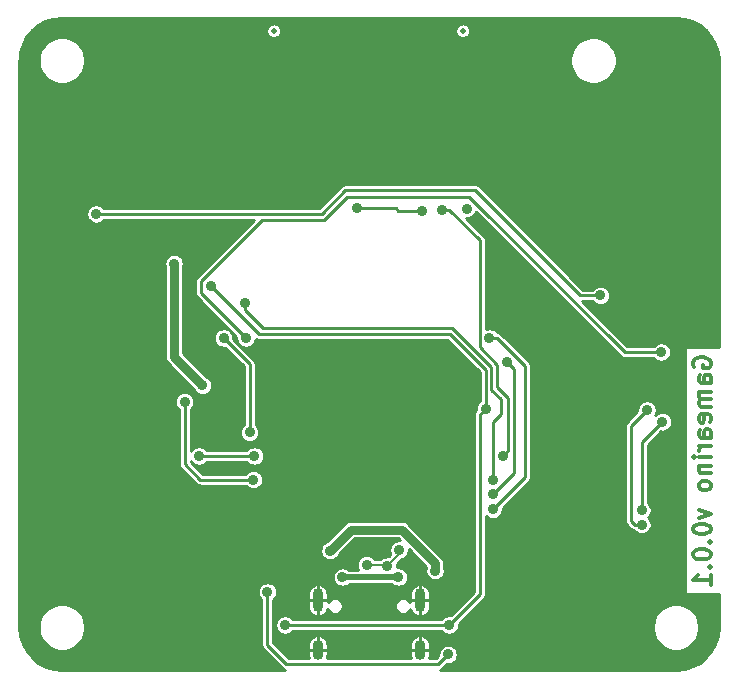
<source format=gbr>
%TF.GenerationSoftware,KiCad,Pcbnew,5.1.9-73d0e3b20d~88~ubuntu20.04.1*%
%TF.CreationDate,2021-04-26T18:42:44+02:00*%
%TF.ProjectId,gamearino,67616d65-6172-4696-9e6f-2e6b69636164,v0.0.1*%
%TF.SameCoordinates,PX5f5e100PY5f5e100*%
%TF.FileFunction,Copper,L2,Bot*%
%TF.FilePolarity,Positive*%
%FSLAX46Y46*%
G04 Gerber Fmt 4.6, Leading zero omitted, Abs format (unit mm)*
G04 Created by KiCad (PCBNEW 5.1.9-73d0e3b20d~88~ubuntu20.04.1) date 2021-04-26 18:42:44*
%MOMM*%
%LPD*%
G01*
G04 APERTURE LIST*
%TA.AperFunction,NonConductor*%
%ADD10C,0.300000*%
%TD*%
%TA.AperFunction,WasherPad*%
%ADD11C,0.500000*%
%TD*%
%TA.AperFunction,ComponentPad*%
%ADD12O,0.900000X2.000000*%
%TD*%
%TA.AperFunction,ComponentPad*%
%ADD13O,0.900000X1.700000*%
%TD*%
%TA.AperFunction,ViaPad*%
%ADD14C,0.900000*%
%TD*%
%TA.AperFunction,Conductor*%
%ADD15C,0.750000*%
%TD*%
%TA.AperFunction,Conductor*%
%ADD16C,0.200000*%
%TD*%
%TA.AperFunction,Conductor*%
%ADD17C,0.250000*%
%TD*%
%TA.AperFunction,Conductor*%
%ADD18C,0.500000*%
%TD*%
%TA.AperFunction,Conductor*%
%ADD19C,0.300000*%
%TD*%
G04 APERTURE END LIST*
D10*
X57500000Y26035715D02*
X57428571Y26178572D01*
X57428571Y26392858D01*
X57500000Y26607143D01*
X57642857Y26750000D01*
X57785714Y26821429D01*
X58071428Y26892858D01*
X58285714Y26892858D01*
X58571428Y26821429D01*
X58714285Y26750000D01*
X58857142Y26607143D01*
X58928571Y26392858D01*
X58928571Y26250000D01*
X58857142Y26035715D01*
X58785714Y25964286D01*
X58285714Y25964286D01*
X58285714Y26250000D01*
X58928571Y24678572D02*
X58142857Y24678572D01*
X58000000Y24750000D01*
X57928571Y24892858D01*
X57928571Y25178572D01*
X58000000Y25321429D01*
X58857142Y24678572D02*
X58928571Y24821429D01*
X58928571Y25178572D01*
X58857142Y25321429D01*
X58714285Y25392858D01*
X58571428Y25392858D01*
X58428571Y25321429D01*
X58357142Y25178572D01*
X58357142Y24821429D01*
X58285714Y24678572D01*
X58928571Y23964286D02*
X57928571Y23964286D01*
X58071428Y23964286D02*
X58000000Y23892858D01*
X57928571Y23750000D01*
X57928571Y23535715D01*
X58000000Y23392858D01*
X58142857Y23321429D01*
X58928571Y23321429D01*
X58142857Y23321429D02*
X58000000Y23250000D01*
X57928571Y23107143D01*
X57928571Y22892858D01*
X58000000Y22750000D01*
X58142857Y22678572D01*
X58928571Y22678572D01*
X58857142Y21392858D02*
X58928571Y21535715D01*
X58928571Y21821429D01*
X58857142Y21964286D01*
X58714285Y22035715D01*
X58142857Y22035715D01*
X58000000Y21964286D01*
X57928571Y21821429D01*
X57928571Y21535715D01*
X58000000Y21392858D01*
X58142857Y21321429D01*
X58285714Y21321429D01*
X58428571Y22035715D01*
X58928571Y20035715D02*
X58142857Y20035715D01*
X58000000Y20107143D01*
X57928571Y20250000D01*
X57928571Y20535715D01*
X58000000Y20678572D01*
X58857142Y20035715D02*
X58928571Y20178572D01*
X58928571Y20535715D01*
X58857142Y20678572D01*
X58714285Y20750000D01*
X58571428Y20750000D01*
X58428571Y20678572D01*
X58357142Y20535715D01*
X58357142Y20178572D01*
X58285714Y20035715D01*
X58928571Y19321429D02*
X57928571Y19321429D01*
X58214285Y19321429D02*
X58071428Y19250000D01*
X58000000Y19178572D01*
X57928571Y19035715D01*
X57928571Y18892858D01*
X58928571Y18392858D02*
X57928571Y18392858D01*
X57428571Y18392858D02*
X57500000Y18464286D01*
X57571428Y18392858D01*
X57500000Y18321429D01*
X57428571Y18392858D01*
X57571428Y18392858D01*
X57928571Y17678572D02*
X58928571Y17678572D01*
X58071428Y17678572D02*
X58000000Y17607143D01*
X57928571Y17464286D01*
X57928571Y17250000D01*
X58000000Y17107143D01*
X58142857Y17035715D01*
X58928571Y17035715D01*
X58928571Y16107143D02*
X58857142Y16250000D01*
X58785714Y16321429D01*
X58642857Y16392858D01*
X58214285Y16392858D01*
X58071428Y16321429D01*
X58000000Y16250000D01*
X57928571Y16107143D01*
X57928571Y15892858D01*
X58000000Y15750000D01*
X58071428Y15678572D01*
X58214285Y15607143D01*
X58642857Y15607143D01*
X58785714Y15678572D01*
X58857142Y15750000D01*
X58928571Y15892858D01*
X58928571Y16107143D01*
X57928571Y13964286D02*
X58928571Y13607143D01*
X57928571Y13250000D01*
X57428571Y12392858D02*
X57428571Y12250000D01*
X57500000Y12107143D01*
X57571428Y12035715D01*
X57714285Y11964286D01*
X58000000Y11892858D01*
X58357142Y11892858D01*
X58642857Y11964286D01*
X58785714Y12035715D01*
X58857142Y12107143D01*
X58928571Y12250000D01*
X58928571Y12392858D01*
X58857142Y12535715D01*
X58785714Y12607143D01*
X58642857Y12678572D01*
X58357142Y12750000D01*
X58000000Y12750000D01*
X57714285Y12678572D01*
X57571428Y12607143D01*
X57500000Y12535715D01*
X57428571Y12392858D01*
X58785714Y11250000D02*
X58857142Y11178572D01*
X58928571Y11250000D01*
X58857142Y11321429D01*
X58785714Y11250000D01*
X58928571Y11250000D01*
X57428571Y10250000D02*
X57428571Y10107143D01*
X57500000Y9964286D01*
X57571428Y9892858D01*
X57714285Y9821429D01*
X58000000Y9750000D01*
X58357142Y9750000D01*
X58642857Y9821429D01*
X58785714Y9892858D01*
X58857142Y9964286D01*
X58928571Y10107143D01*
X58928571Y10250000D01*
X58857142Y10392858D01*
X58785714Y10464286D01*
X58642857Y10535715D01*
X58357142Y10607143D01*
X58000000Y10607143D01*
X57714285Y10535715D01*
X57571428Y10464286D01*
X57500000Y10392858D01*
X57428571Y10250000D01*
X58785714Y9107143D02*
X58857142Y9035715D01*
X58928571Y9107143D01*
X58857142Y9178572D01*
X58785714Y9107143D01*
X58928571Y9107143D01*
X58928571Y7607143D02*
X58928571Y8464286D01*
X58928571Y8035715D02*
X57428571Y8035715D01*
X57642857Y8178572D01*
X57785714Y8321429D01*
X57857142Y8464286D01*
D11*
%TO.P,U4,*%
%TO.N,*%
X37950000Y54500000D03*
X21950000Y54500000D03*
%TD*%
D12*
%TO.P,J1,S1*%
%TO.N,GND*%
X25680000Y6280000D03*
X34320000Y6280000D03*
D13*
X25680000Y2110000D03*
X34320000Y2110000D03*
%TD*%
D14*
%TO.N,+3V3*%
X13500000Y34800000D03*
X15900000Y24500000D03*
X26700000Y10500000D03*
X35600000Y8800000D03*
%TO.N,/USB/D+*%
X29800000Y9300000D03*
X32540913Y10540921D03*
X31566436Y9200010D03*
%TO.N,/USB/RxD*%
X40200000Y28500000D03*
X40500000Y14000000D03*
%TO.N,/USB/TxD*%
X40500000Y15300000D03*
X41661584Y26488123D03*
%TO.N,Net-(C3-Pad1)*%
X32500000Y8250000D03*
X27750000Y8250000D03*
%TO.N,Net-(D1-Pad1)*%
X29000000Y39500000D03*
X34500000Y39250000D03*
%TO.N,/OLED 128x64/SDA*%
X36149990Y39350016D03*
X41324986Y18538465D03*
%TO.N,/OLED 128x64/SCL*%
X38274897Y39443563D03*
X17700000Y28500000D03*
X19900000Y20500000D03*
%TO.N,/Auto-Reset/RTS*%
X53100000Y13900000D03*
X54850000Y21400000D03*
%TO.N,/Auto-Reset/Reset*%
X19600000Y28500000D03*
X54750000Y27300000D03*
%TO.N,/Auto-Reset/DTR*%
X53100004Y12700000D03*
X53550000Y22400000D03*
%TO.N,/Buttons/C0*%
X40499976Y16500000D03*
X19500000Y31500000D03*
%TO.N,/Buttons/R1*%
X15600000Y18500000D03*
X20300000Y18500000D03*
X6900000Y39000000D03*
X49600000Y32099986D03*
X36700000Y1700000D03*
X21400000Y7000000D03*
%TO.N,/Buttons/R2*%
X20200000Y16500000D03*
X14399999Y23100000D03*
%TO.N,/Buttons/C1*%
X16600000Y32900000D03*
X22900000Y4200000D03*
X36800000Y4200000D03*
X39874990Y22500000D03*
%TO.N,GND*%
X38300000Y12700000D03*
X16000000Y48500000D03*
X8500000Y48500000D03*
X3500000Y41000000D03*
X3500000Y28500000D03*
X8500000Y33500000D03*
X8500000Y21000000D03*
X43500000Y48500000D03*
X56000000Y53500000D03*
X56000000Y33500000D03*
X46000000Y23500000D03*
X51000000Y3500000D03*
X38500000Y8500000D03*
X23500000Y6000000D03*
X36000000Y6000000D03*
X16000000Y28000000D03*
X22000000Y12000000D03*
X55000000Y13000000D03*
X7750000Y1250000D03*
X1500000Y8250000D03*
X39200000Y54400000D03*
X24500000Y54474990D03*
X31100000Y44100000D03*
X46300000Y19400000D03*
%TD*%
D15*
%TO.N,+3V3*%
X13500000Y26900000D02*
X15900000Y24500000D01*
X13500000Y34800000D02*
X13500000Y26900000D01*
X32761395Y12275001D02*
X35600000Y9436396D01*
X28475001Y12275001D02*
X32761395Y12275001D01*
X35600000Y9436396D02*
X35600000Y8800000D01*
X26700000Y10500000D02*
X28475001Y12275001D01*
D16*
%TO.N,/USB/D+*%
X32540913Y10174487D02*
X32540913Y10540921D01*
X31566436Y9200010D02*
X32540913Y10174487D01*
X31466446Y9300000D02*
X31566436Y9200010D01*
X29800000Y9300000D02*
X31466446Y9300000D01*
D17*
%TO.N,/USB/RxD*%
X43200000Y26136396D02*
X43200000Y16700000D01*
X43200000Y16700000D02*
X40949999Y14449999D01*
X40836396Y28500000D02*
X43200000Y26136396D01*
X40200000Y28500000D02*
X40836396Y28500000D01*
X40949999Y14449999D02*
X40500000Y14000000D01*
%TO.N,/USB/TxD*%
X42300000Y17100000D02*
X42300000Y25849707D01*
X42300000Y25849707D02*
X41661584Y26488123D01*
X40500000Y15300000D02*
X42300000Y17100000D01*
D18*
%TO.N,Net-(C3-Pad1)*%
X32500000Y8250000D02*
X27750000Y8250000D01*
D17*
%TO.N,Net-(D1-Pad1)*%
X32500000Y39250000D02*
X34500000Y39250000D01*
X32250000Y39500000D02*
X32500000Y39250000D01*
X29000000Y39500000D02*
X32250000Y39500000D01*
%TO.N,/OLED 128x64/SDA*%
X40875012Y24332110D02*
X41774985Y23432137D01*
X41774985Y23432137D02*
X41774985Y18988464D01*
X36786386Y39350016D02*
X39374999Y36761403D01*
X39374999Y36761403D02*
X39374999Y27739245D01*
X40875012Y26239232D02*
X40875012Y24332110D01*
X36149990Y39350016D02*
X36786386Y39350016D01*
X39374999Y27739245D02*
X40875012Y26239232D01*
X41774985Y18988464D02*
X41324986Y18538465D01*
%TO.N,/OLED 128x64/SCL*%
X19900000Y26300000D02*
X19900000Y20500000D01*
X17700000Y28500000D02*
X19900000Y26300000D01*
%TO.N,/Auto-Reset/RTS*%
X53100000Y19650000D02*
X54850000Y21400000D01*
X53100000Y13900000D02*
X53100000Y19650000D01*
%TO.N,/Auto-Reset/Reset*%
X20978987Y38499989D02*
X26207112Y38499990D01*
X19600000Y28500000D02*
X15774999Y32325001D01*
X15774999Y32325001D02*
X15774999Y33296001D01*
X38464470Y40474992D02*
X51639462Y27300000D01*
X15774999Y33296001D02*
X20978987Y38499989D01*
X51639462Y27300000D02*
X54750000Y27300000D01*
X26207112Y38499990D02*
X28182114Y40474992D01*
X28182114Y40474992D02*
X38464470Y40474992D01*
%TO.N,/Auto-Reset/DTR*%
X53100004Y12700000D02*
X52500000Y12700000D01*
X52500000Y12700000D02*
X52200000Y13000000D01*
X52200000Y21050000D02*
X53550000Y22400000D01*
X52200000Y13000000D02*
X52200000Y21050000D01*
%TO.N,/Buttons/C0*%
X19500000Y30863604D02*
X21013594Y29350010D01*
X40499976Y21399976D02*
X40499976Y16500000D01*
X21013594Y29350010D02*
X37057112Y29350010D01*
X40375001Y24124999D02*
X41200000Y23300000D01*
X41200000Y22100000D02*
X40499976Y21399976D01*
X19500000Y31500000D02*
X19500000Y30863604D01*
X41200000Y23300000D02*
X41200000Y22100000D01*
X40375001Y26032121D02*
X40375001Y24124999D01*
X37057112Y29350010D02*
X40375001Y26032121D01*
%TO.N,/Buttons/R1*%
X15600000Y18500000D02*
X20300000Y18500000D01*
X35884990Y884990D02*
X36700000Y1700000D01*
X23015010Y884990D02*
X35884990Y884990D01*
X21400000Y2500000D02*
X23015010Y884990D01*
X21400000Y7000000D02*
X21400000Y2500000D01*
X6900000Y39000000D02*
X26000000Y39000000D01*
X26000000Y39000000D02*
X28000000Y41000000D01*
X28000000Y41000000D02*
X39000000Y41000000D01*
X47900014Y32099986D02*
X49600000Y32099986D01*
X39000000Y41000000D02*
X47900014Y32099986D01*
%TO.N,/Buttons/R2*%
X14399999Y17800001D02*
X14399999Y23100000D01*
X15700000Y16500000D02*
X14399999Y17800001D01*
X20200000Y16500000D02*
X15700000Y16500000D01*
%TO.N,/Buttons/C1*%
X22900000Y4200000D02*
X36800000Y4200000D01*
X20650000Y28850000D02*
X36850000Y28850000D01*
X20650000Y28850000D02*
X16600000Y32900000D01*
X39874990Y25825010D02*
X39874990Y22500000D01*
X36850000Y28850000D02*
X39874990Y25825010D01*
X36800000Y4200000D02*
X39400000Y6800000D01*
X39400000Y22025010D02*
X39874990Y22500000D01*
X39400000Y6800000D02*
X39400000Y22025010D01*
%TD*%
%TO.N,GND*%
X56698869Y55529557D02*
X57371123Y55326592D01*
X57991145Y54996921D01*
X58535333Y54553092D01*
X58982946Y54012021D01*
X59316940Y53394312D01*
X59524592Y52723494D01*
X59599975Y52006270D01*
X59600001Y51998899D01*
X59600000Y27703572D01*
X56720000Y27703572D01*
X56720000Y6796429D01*
X59600000Y6796429D01*
X59600000Y4019563D01*
X59529557Y3301131D01*
X59326592Y2628877D01*
X58996918Y2008850D01*
X58553093Y1464668D01*
X58012021Y1017054D01*
X57394313Y683061D01*
X56723498Y475409D01*
X56006270Y400025D01*
X55999187Y400000D01*
X36008638Y400000D01*
X36077257Y420815D01*
X36164119Y467244D01*
X36240254Y529726D01*
X36255919Y548814D01*
X36588184Y881079D01*
X36618745Y875000D01*
X36781255Y875000D01*
X36940644Y906704D01*
X37090784Y968894D01*
X37225907Y1059181D01*
X37340819Y1174093D01*
X37431106Y1309216D01*
X37493296Y1459356D01*
X37525000Y1618745D01*
X37525000Y1781255D01*
X37493296Y1940644D01*
X37431106Y2090784D01*
X37340819Y2225907D01*
X37225907Y2340819D01*
X37090784Y2431106D01*
X36940644Y2493296D01*
X36781255Y2525000D01*
X36618745Y2525000D01*
X36459356Y2493296D01*
X36309216Y2431106D01*
X36174093Y2340819D01*
X36059181Y2225907D01*
X35968894Y2090784D01*
X35906704Y1940644D01*
X35875000Y1781255D01*
X35875000Y1618745D01*
X35881079Y1588184D01*
X35677885Y1384990D01*
X35077280Y1384990D01*
X35082009Y1393824D01*
X35129050Y1548560D01*
X35145000Y1709500D01*
X35145000Y2109500D01*
X34320500Y2109500D01*
X34320500Y2089500D01*
X34319500Y2089500D01*
X34319500Y2109500D01*
X33495000Y2109500D01*
X33495000Y1709500D01*
X33510950Y1548560D01*
X33557991Y1393824D01*
X33562720Y1384990D01*
X26437280Y1384990D01*
X26442009Y1393824D01*
X26489050Y1548560D01*
X26505000Y1709500D01*
X26505000Y2109500D01*
X25680500Y2109500D01*
X25680500Y2089500D01*
X25679500Y2089500D01*
X25679500Y2109500D01*
X24855000Y2109500D01*
X24855000Y1709500D01*
X24870950Y1548560D01*
X24917991Y1393824D01*
X24922720Y1384990D01*
X23222116Y1384990D01*
X22096606Y2510500D01*
X24855000Y2510500D01*
X24855000Y2110500D01*
X25679500Y2110500D01*
X25679500Y3241250D01*
X25680500Y3241250D01*
X25680500Y2110500D01*
X26505000Y2110500D01*
X26505000Y2510500D01*
X33495000Y2510500D01*
X33495000Y2110500D01*
X34319500Y2110500D01*
X34319500Y3241250D01*
X34320500Y3241250D01*
X34320500Y2110500D01*
X35145000Y2110500D01*
X35145000Y2510500D01*
X35129050Y2671440D01*
X35082009Y2826176D01*
X35005684Y2968761D01*
X34903009Y3093716D01*
X34777929Y3196239D01*
X34635251Y3272391D01*
X34480458Y3319244D01*
X34449552Y3324765D01*
X34320500Y3241250D01*
X34319500Y3241250D01*
X34190448Y3324765D01*
X34159542Y3319244D01*
X34004749Y3272391D01*
X33862071Y3196239D01*
X33736991Y3093716D01*
X33634316Y2968761D01*
X33557991Y2826176D01*
X33510950Y2671440D01*
X33495000Y2510500D01*
X26505000Y2510500D01*
X26489050Y2671440D01*
X26442009Y2826176D01*
X26365684Y2968761D01*
X26263009Y3093716D01*
X26137929Y3196239D01*
X25995251Y3272391D01*
X25840458Y3319244D01*
X25809552Y3324765D01*
X25680500Y3241250D01*
X25679500Y3241250D01*
X25550448Y3324765D01*
X25519542Y3319244D01*
X25364749Y3272391D01*
X25222071Y3196239D01*
X25096991Y3093716D01*
X24994316Y2968761D01*
X24917991Y2826176D01*
X24870950Y2671440D01*
X24855000Y2510500D01*
X22096606Y2510500D01*
X21900000Y2707105D01*
X21900000Y6279500D01*
X24855000Y6279500D01*
X24855000Y5729500D01*
X24870950Y5568560D01*
X24917991Y5413824D01*
X24994316Y5271239D01*
X25096991Y5146284D01*
X25222071Y5043761D01*
X25364749Y4967609D01*
X25519542Y4920756D01*
X25550448Y4915235D01*
X25679500Y4998750D01*
X25679500Y6279500D01*
X25680500Y6279500D01*
X25680500Y4998750D01*
X25809552Y4915235D01*
X25840458Y4920756D01*
X25995251Y4967609D01*
X26137929Y5043761D01*
X26263009Y5146284D01*
X26365684Y5271239D01*
X26442009Y5413824D01*
X26483209Y5549347D01*
X26511823Y5480268D01*
X26585693Y5369713D01*
X26679713Y5275693D01*
X26790268Y5201823D01*
X26913110Y5150940D01*
X27043518Y5125000D01*
X27176482Y5125000D01*
X27306890Y5150940D01*
X27429732Y5201823D01*
X27540287Y5275693D01*
X27634307Y5369713D01*
X27708177Y5480268D01*
X27759060Y5603110D01*
X27785000Y5733518D01*
X27785000Y5866482D01*
X32215000Y5866482D01*
X32215000Y5733518D01*
X32240940Y5603110D01*
X32291823Y5480268D01*
X32365693Y5369713D01*
X32459713Y5275693D01*
X32570268Y5201823D01*
X32693110Y5150940D01*
X32823518Y5125000D01*
X32956482Y5125000D01*
X33086890Y5150940D01*
X33209732Y5201823D01*
X33320287Y5275693D01*
X33414307Y5369713D01*
X33488177Y5480268D01*
X33516791Y5549347D01*
X33557991Y5413824D01*
X33634316Y5271239D01*
X33736991Y5146284D01*
X33862071Y5043761D01*
X34004749Y4967609D01*
X34159542Y4920756D01*
X34190448Y4915235D01*
X34319500Y4998750D01*
X34319500Y6279500D01*
X34320500Y6279500D01*
X34320500Y4998750D01*
X34449552Y4915235D01*
X34480458Y4920756D01*
X34635251Y4967609D01*
X34777929Y5043761D01*
X34903009Y5146284D01*
X35005684Y5271239D01*
X35082009Y5413824D01*
X35129050Y5568560D01*
X35145000Y5729500D01*
X35145000Y6279500D01*
X34320500Y6279500D01*
X34319500Y6279500D01*
X33495000Y6279500D01*
X33495000Y6103260D01*
X33488177Y6119732D01*
X33414307Y6230287D01*
X33320287Y6324307D01*
X33209732Y6398177D01*
X33086890Y6449060D01*
X32956482Y6475000D01*
X32823518Y6475000D01*
X32693110Y6449060D01*
X32570268Y6398177D01*
X32459713Y6324307D01*
X32365693Y6230287D01*
X32291823Y6119732D01*
X32240940Y5996890D01*
X32215000Y5866482D01*
X27785000Y5866482D01*
X27759060Y5996890D01*
X27708177Y6119732D01*
X27634307Y6230287D01*
X27540287Y6324307D01*
X27429732Y6398177D01*
X27306890Y6449060D01*
X27176482Y6475000D01*
X27043518Y6475000D01*
X26913110Y6449060D01*
X26790268Y6398177D01*
X26679713Y6324307D01*
X26585693Y6230287D01*
X26511823Y6119732D01*
X26505000Y6103260D01*
X26505000Y6279500D01*
X25680500Y6279500D01*
X25679500Y6279500D01*
X24855000Y6279500D01*
X21900000Y6279500D01*
X21900000Y6341870D01*
X21925907Y6359181D01*
X22040819Y6474093D01*
X22131106Y6609216D01*
X22193296Y6759356D01*
X22207447Y6830500D01*
X24855000Y6830500D01*
X24855000Y6280500D01*
X25679500Y6280500D01*
X25679500Y7561250D01*
X25680500Y7561250D01*
X25680500Y6280500D01*
X26505000Y6280500D01*
X26505000Y6830500D01*
X33495000Y6830500D01*
X33495000Y6280500D01*
X34319500Y6280500D01*
X34319500Y7561250D01*
X34320500Y7561250D01*
X34320500Y6280500D01*
X35145000Y6280500D01*
X35145000Y6830500D01*
X35129050Y6991440D01*
X35082009Y7146176D01*
X35005684Y7288761D01*
X34903009Y7413716D01*
X34777929Y7516239D01*
X34635251Y7592391D01*
X34480458Y7639244D01*
X34449552Y7644765D01*
X34320500Y7561250D01*
X34319500Y7561250D01*
X34190448Y7644765D01*
X34159542Y7639244D01*
X34004749Y7592391D01*
X33862071Y7516239D01*
X33736991Y7413716D01*
X33634316Y7288761D01*
X33557991Y7146176D01*
X33510950Y6991440D01*
X33495000Y6830500D01*
X26505000Y6830500D01*
X26489050Y6991440D01*
X26442009Y7146176D01*
X26365684Y7288761D01*
X26263009Y7413716D01*
X26137929Y7516239D01*
X25995251Y7592391D01*
X25840458Y7639244D01*
X25809552Y7644765D01*
X25680500Y7561250D01*
X25679500Y7561250D01*
X25550448Y7644765D01*
X25519542Y7639244D01*
X25364749Y7592391D01*
X25222071Y7516239D01*
X25096991Y7413716D01*
X24994316Y7288761D01*
X24917991Y7146176D01*
X24870950Y6991440D01*
X24855000Y6830500D01*
X22207447Y6830500D01*
X22225000Y6918745D01*
X22225000Y7081255D01*
X22193296Y7240644D01*
X22131106Y7390784D01*
X22040819Y7525907D01*
X21925907Y7640819D01*
X21790784Y7731106D01*
X21640644Y7793296D01*
X21481255Y7825000D01*
X21318745Y7825000D01*
X21159356Y7793296D01*
X21009216Y7731106D01*
X20874093Y7640819D01*
X20759181Y7525907D01*
X20668894Y7390784D01*
X20606704Y7240644D01*
X20575000Y7081255D01*
X20575000Y6918745D01*
X20606704Y6759356D01*
X20668894Y6609216D01*
X20759181Y6474093D01*
X20874093Y6359181D01*
X20900000Y6341870D01*
X20900001Y2524570D01*
X20897581Y2500000D01*
X20907235Y2401983D01*
X20926947Y2337002D01*
X20935826Y2307733D01*
X20982255Y2220871D01*
X21044737Y2144736D01*
X21063819Y2129076D01*
X22644085Y548809D01*
X22659746Y529726D01*
X22735881Y467244D01*
X22822743Y420815D01*
X22875953Y404674D01*
X22891362Y400000D01*
X4019563Y400000D01*
X3301131Y470443D01*
X2628877Y673408D01*
X2008850Y1003082D01*
X1464668Y1446907D01*
X1017054Y1987979D01*
X683061Y2605687D01*
X475409Y3276502D01*
X400025Y3993730D01*
X400000Y4000813D01*
X400000Y4194521D01*
X2025000Y4194521D01*
X2025000Y3805479D01*
X2100898Y3423914D01*
X2249778Y3064487D01*
X2465917Y2741011D01*
X2741011Y2465917D01*
X3064487Y2249778D01*
X3423914Y2100898D01*
X3805479Y2025000D01*
X4194521Y2025000D01*
X4576086Y2100898D01*
X4935513Y2249778D01*
X5258989Y2465917D01*
X5534083Y2741011D01*
X5750222Y3064487D01*
X5899102Y3423914D01*
X5975000Y3805479D01*
X5975000Y4194521D01*
X5899102Y4576086D01*
X5750222Y4935513D01*
X5534083Y5258989D01*
X5258989Y5534083D01*
X4935513Y5750222D01*
X4576086Y5899102D01*
X4194521Y5975000D01*
X3805479Y5975000D01*
X3423914Y5899102D01*
X3064487Y5750222D01*
X2741011Y5534083D01*
X2465917Y5258989D01*
X2249778Y4935513D01*
X2100898Y4576086D01*
X2025000Y4194521D01*
X400000Y4194521D01*
X400000Y10581255D01*
X25875000Y10581255D01*
X25875000Y10418745D01*
X25906704Y10259356D01*
X25968894Y10109216D01*
X26059181Y9974093D01*
X26174093Y9859181D01*
X26309216Y9768894D01*
X26459356Y9706704D01*
X26618745Y9675000D01*
X26781255Y9675000D01*
X26940644Y9706704D01*
X27090784Y9768894D01*
X27225907Y9859181D01*
X27340819Y9974093D01*
X27431106Y10109216D01*
X27474403Y10213743D01*
X28785662Y11525001D01*
X32450736Y11525001D01*
X32609816Y11365921D01*
X32459658Y11365921D01*
X32300269Y11334217D01*
X32150129Y11272027D01*
X32015006Y11181740D01*
X31900094Y11066828D01*
X31809807Y10931705D01*
X31747617Y10781565D01*
X31715913Y10622176D01*
X31715913Y10459666D01*
X31747617Y10300277D01*
X31809807Y10150137D01*
X31823828Y10129153D01*
X31707741Y10013066D01*
X31647691Y10025010D01*
X31485181Y10025010D01*
X31325792Y9993306D01*
X31175652Y9931116D01*
X31040529Y9840829D01*
X30974700Y9775000D01*
X30474834Y9775000D01*
X30440819Y9825907D01*
X30325907Y9940819D01*
X30190784Y10031106D01*
X30040644Y10093296D01*
X29881255Y10125000D01*
X29718745Y10125000D01*
X29559356Y10093296D01*
X29409216Y10031106D01*
X29274093Y9940819D01*
X29159181Y9825907D01*
X29068894Y9690784D01*
X29006704Y9540644D01*
X28975000Y9381255D01*
X28975000Y9218745D01*
X29006704Y9059356D01*
X29068894Y8909216D01*
X29091757Y8875000D01*
X28291726Y8875000D01*
X28275907Y8890819D01*
X28140784Y8981106D01*
X27990644Y9043296D01*
X27831255Y9075000D01*
X27668745Y9075000D01*
X27509356Y9043296D01*
X27359216Y8981106D01*
X27224093Y8890819D01*
X27109181Y8775907D01*
X27018894Y8640784D01*
X26956704Y8490644D01*
X26925000Y8331255D01*
X26925000Y8168745D01*
X26956704Y8009356D01*
X27018894Y7859216D01*
X27109181Y7724093D01*
X27224093Y7609181D01*
X27359216Y7518894D01*
X27509356Y7456704D01*
X27668745Y7425000D01*
X27831255Y7425000D01*
X27990644Y7456704D01*
X28140784Y7518894D01*
X28275907Y7609181D01*
X28291726Y7625000D01*
X31958274Y7625000D01*
X31974093Y7609181D01*
X32109216Y7518894D01*
X32259356Y7456704D01*
X32418745Y7425000D01*
X32581255Y7425000D01*
X32740644Y7456704D01*
X32890784Y7518894D01*
X33025907Y7609181D01*
X33140819Y7724093D01*
X33231106Y7859216D01*
X33293296Y8009356D01*
X33325000Y8168745D01*
X33325000Y8331255D01*
X33293296Y8490644D01*
X33231106Y8640784D01*
X33140819Y8775907D01*
X33025907Y8890819D01*
X32890784Y8981106D01*
X32740644Y9043296D01*
X32581255Y9075000D01*
X32418745Y9075000D01*
X32381249Y9067542D01*
X32391436Y9118755D01*
X32391436Y9281265D01*
X32379492Y9341315D01*
X32788805Y9750627D01*
X32931697Y9809815D01*
X33066820Y9900102D01*
X33181732Y10015014D01*
X33272019Y10150137D01*
X33334209Y10300277D01*
X33365913Y10459666D01*
X33365913Y10609824D01*
X34844308Y9131428D01*
X34806704Y9040644D01*
X34775000Y8881255D01*
X34775000Y8718745D01*
X34806704Y8559356D01*
X34868894Y8409216D01*
X34959181Y8274093D01*
X35074093Y8159181D01*
X35209216Y8068894D01*
X35359356Y8006704D01*
X35518745Y7975000D01*
X35681255Y7975000D01*
X35840644Y8006704D01*
X35990784Y8068894D01*
X36125907Y8159181D01*
X36240819Y8274093D01*
X36331106Y8409216D01*
X36393296Y8559356D01*
X36425000Y8718745D01*
X36425000Y8881255D01*
X36393296Y9040644D01*
X36350000Y9145170D01*
X36350000Y9399568D01*
X36353627Y9436396D01*
X36350000Y9473224D01*
X36350000Y9473231D01*
X36339147Y9583422D01*
X36296261Y9724797D01*
X36226619Y9855089D01*
X36211606Y9873382D01*
X36156376Y9940680D01*
X36156374Y9940682D01*
X36132895Y9969291D01*
X36104287Y9992769D01*
X33317774Y12779281D01*
X33294290Y12807896D01*
X33180088Y12901620D01*
X33049796Y12971262D01*
X32908421Y13014148D01*
X32798230Y13025001D01*
X32798222Y13025001D01*
X32761395Y13028628D01*
X32724568Y13025001D01*
X28511817Y13025001D01*
X28475000Y13028627D01*
X28438183Y13025001D01*
X28438166Y13025001D01*
X28327975Y13014148D01*
X28186600Y12971262D01*
X28056308Y12901620D01*
X28056306Y12901619D01*
X28056307Y12901619D01*
X27970716Y12831377D01*
X27970709Y12831370D01*
X27942106Y12807896D01*
X27918631Y12779292D01*
X26413743Y11274403D01*
X26309216Y11231106D01*
X26174093Y11140819D01*
X26059181Y11025907D01*
X25968894Y10890784D01*
X25906704Y10740644D01*
X25875000Y10581255D01*
X400000Y10581255D01*
X400000Y23181255D01*
X13574999Y23181255D01*
X13574999Y23018745D01*
X13606703Y22859356D01*
X13668893Y22709216D01*
X13759180Y22574093D01*
X13874092Y22459181D01*
X13900000Y22441870D01*
X13899999Y17824561D01*
X13897580Y17800001D01*
X13899999Y17775442D01*
X13907234Y17701985D01*
X13935824Y17607735D01*
X13982253Y17520872D01*
X14044735Y17444737D01*
X14063823Y17429072D01*
X15329075Y16163819D01*
X15344736Y16144736D01*
X15420871Y16082254D01*
X15507733Y16035825D01*
X15560943Y16019684D01*
X15601982Y16007235D01*
X15699999Y15997581D01*
X15724559Y16000000D01*
X19541870Y16000000D01*
X19559181Y15974093D01*
X19674093Y15859181D01*
X19809216Y15768894D01*
X19959356Y15706704D01*
X20118745Y15675000D01*
X20281255Y15675000D01*
X20440644Y15706704D01*
X20590784Y15768894D01*
X20725907Y15859181D01*
X20840819Y15974093D01*
X20931106Y16109216D01*
X20993296Y16259356D01*
X21025000Y16418745D01*
X21025000Y16581255D01*
X20993296Y16740644D01*
X20931106Y16890784D01*
X20840819Y17025907D01*
X20725907Y17140819D01*
X20590784Y17231106D01*
X20440644Y17293296D01*
X20281255Y17325000D01*
X20118745Y17325000D01*
X19959356Y17293296D01*
X19809216Y17231106D01*
X19674093Y17140819D01*
X19559181Y17025907D01*
X19541870Y17000000D01*
X15907106Y17000000D01*
X14899999Y18007106D01*
X14899999Y18062664D01*
X14959181Y17974093D01*
X15074093Y17859181D01*
X15209216Y17768894D01*
X15359356Y17706704D01*
X15518745Y17675000D01*
X15681255Y17675000D01*
X15840644Y17706704D01*
X15990784Y17768894D01*
X16125907Y17859181D01*
X16240819Y17974093D01*
X16258130Y18000000D01*
X19641870Y18000000D01*
X19659181Y17974093D01*
X19774093Y17859181D01*
X19909216Y17768894D01*
X20059356Y17706704D01*
X20218745Y17675000D01*
X20381255Y17675000D01*
X20540644Y17706704D01*
X20690784Y17768894D01*
X20825907Y17859181D01*
X20940819Y17974093D01*
X21031106Y18109216D01*
X21093296Y18259356D01*
X21125000Y18418745D01*
X21125000Y18581255D01*
X21093296Y18740644D01*
X21031106Y18890784D01*
X20940819Y19025907D01*
X20825907Y19140819D01*
X20690784Y19231106D01*
X20540644Y19293296D01*
X20381255Y19325000D01*
X20218745Y19325000D01*
X20059356Y19293296D01*
X19909216Y19231106D01*
X19774093Y19140819D01*
X19659181Y19025907D01*
X19641870Y19000000D01*
X16258130Y19000000D01*
X16240819Y19025907D01*
X16125907Y19140819D01*
X15990784Y19231106D01*
X15840644Y19293296D01*
X15681255Y19325000D01*
X15518745Y19325000D01*
X15359356Y19293296D01*
X15209216Y19231106D01*
X15074093Y19140819D01*
X14959181Y19025907D01*
X14899999Y18937336D01*
X14899999Y22441870D01*
X14925906Y22459181D01*
X15040818Y22574093D01*
X15131105Y22709216D01*
X15193295Y22859356D01*
X15224999Y23018745D01*
X15224999Y23181255D01*
X15193295Y23340644D01*
X15131105Y23490784D01*
X15040818Y23625907D01*
X14925906Y23740819D01*
X14790783Y23831106D01*
X14640643Y23893296D01*
X14481254Y23925000D01*
X14318744Y23925000D01*
X14159355Y23893296D01*
X14009215Y23831106D01*
X13874092Y23740819D01*
X13759180Y23625907D01*
X13668893Y23490784D01*
X13606703Y23340644D01*
X13574999Y23181255D01*
X400000Y23181255D01*
X400000Y34881255D01*
X12675000Y34881255D01*
X12675000Y34718745D01*
X12706704Y34559356D01*
X12750000Y34454830D01*
X12750001Y26936837D01*
X12746373Y26900000D01*
X12760853Y26752975D01*
X12803739Y26611600D01*
X12817348Y26586140D01*
X12873382Y26481307D01*
X12914258Y26431500D01*
X12943624Y26395717D01*
X12943627Y26395714D01*
X12967106Y26367105D01*
X12995715Y26343626D01*
X15125598Y24213742D01*
X15168894Y24109216D01*
X15259181Y23974093D01*
X15374093Y23859181D01*
X15509216Y23768894D01*
X15659356Y23706704D01*
X15818745Y23675000D01*
X15981255Y23675000D01*
X16140644Y23706704D01*
X16290784Y23768894D01*
X16425907Y23859181D01*
X16540819Y23974093D01*
X16631106Y24109216D01*
X16693296Y24259356D01*
X16725000Y24418745D01*
X16725000Y24581255D01*
X16693296Y24740644D01*
X16631106Y24890784D01*
X16540819Y25025907D01*
X16425907Y25140819D01*
X16290784Y25231106D01*
X16186258Y25274402D01*
X14250000Y27210659D01*
X14250000Y28581255D01*
X16875000Y28581255D01*
X16875000Y28418745D01*
X16906704Y28259356D01*
X16968894Y28109216D01*
X17059181Y27974093D01*
X17174093Y27859181D01*
X17309216Y27768894D01*
X17459356Y27706704D01*
X17618745Y27675000D01*
X17781255Y27675000D01*
X17811816Y27681079D01*
X19400000Y26092893D01*
X19400001Y21158130D01*
X19374093Y21140819D01*
X19259181Y21025907D01*
X19168894Y20890784D01*
X19106704Y20740644D01*
X19075000Y20581255D01*
X19075000Y20418745D01*
X19106704Y20259356D01*
X19168894Y20109216D01*
X19259181Y19974093D01*
X19374093Y19859181D01*
X19509216Y19768894D01*
X19659356Y19706704D01*
X19818745Y19675000D01*
X19981255Y19675000D01*
X20140644Y19706704D01*
X20290784Y19768894D01*
X20425907Y19859181D01*
X20540819Y19974093D01*
X20631106Y20109216D01*
X20693296Y20259356D01*
X20725000Y20418745D01*
X20725000Y20581255D01*
X20693296Y20740644D01*
X20631106Y20890784D01*
X20540819Y21025907D01*
X20425907Y21140819D01*
X20400000Y21158130D01*
X20400000Y26275440D01*
X20402419Y26300000D01*
X20392765Y26398017D01*
X20382608Y26431500D01*
X20364175Y26492267D01*
X20317746Y26579129D01*
X20255264Y26655264D01*
X20236187Y26670920D01*
X18518921Y28388184D01*
X18525000Y28418745D01*
X18525000Y28581255D01*
X18493296Y28740644D01*
X18431106Y28890784D01*
X18340819Y29025907D01*
X18225907Y29140819D01*
X18090784Y29231106D01*
X17940644Y29293296D01*
X17781255Y29325000D01*
X17618745Y29325000D01*
X17459356Y29293296D01*
X17309216Y29231106D01*
X17174093Y29140819D01*
X17059181Y29025907D01*
X16968894Y28890784D01*
X16906704Y28740644D01*
X16875000Y28581255D01*
X14250000Y28581255D01*
X14250000Y34454830D01*
X14293296Y34559356D01*
X14325000Y34718745D01*
X14325000Y34881255D01*
X14293296Y35040644D01*
X14231106Y35190784D01*
X14140819Y35325907D01*
X14025907Y35440819D01*
X13890784Y35531106D01*
X13740644Y35593296D01*
X13581255Y35625000D01*
X13418745Y35625000D01*
X13259356Y35593296D01*
X13109216Y35531106D01*
X12974093Y35440819D01*
X12859181Y35325907D01*
X12768894Y35190784D01*
X12706704Y35040644D01*
X12675000Y34881255D01*
X400000Y34881255D01*
X400000Y39081255D01*
X6075000Y39081255D01*
X6075000Y38918745D01*
X6106704Y38759356D01*
X6168894Y38609216D01*
X6259181Y38474093D01*
X6374093Y38359181D01*
X6509216Y38268894D01*
X6659356Y38206704D01*
X6818745Y38175000D01*
X6981255Y38175000D01*
X7140644Y38206704D01*
X7290784Y38268894D01*
X7425907Y38359181D01*
X7540819Y38474093D01*
X7558130Y38500000D01*
X20271891Y38500000D01*
X15438818Y33666925D01*
X15419736Y33651265D01*
X15357254Y33575130D01*
X15310825Y33488268D01*
X15282234Y33394018D01*
X15272580Y33296001D01*
X15275000Y33271431D01*
X15274999Y32349562D01*
X15272580Y32325001D01*
X15279063Y32259181D01*
X15282234Y32226985D01*
X15310824Y32132735D01*
X15357253Y32045872D01*
X15419735Y31969737D01*
X15438823Y31954072D01*
X18781079Y28611815D01*
X18775000Y28581255D01*
X18775000Y28418745D01*
X18806704Y28259356D01*
X18868894Y28109216D01*
X18959181Y27974093D01*
X19074093Y27859181D01*
X19209216Y27768894D01*
X19359356Y27706704D01*
X19518745Y27675000D01*
X19681255Y27675000D01*
X19840644Y27706704D01*
X19990784Y27768894D01*
X20125907Y27859181D01*
X20240819Y27974093D01*
X20331106Y28109216D01*
X20393296Y28259356D01*
X20422227Y28404804D01*
X20457733Y28385825D01*
X20551983Y28357235D01*
X20650000Y28347581D01*
X20674560Y28350000D01*
X36642895Y28350000D01*
X39374990Y25617903D01*
X39374991Y23158130D01*
X39349083Y23140819D01*
X39234171Y23025907D01*
X39143884Y22890784D01*
X39081694Y22740644D01*
X39049990Y22581255D01*
X39049990Y22418745D01*
X39055831Y22389379D01*
X39044737Y22380274D01*
X38982255Y22304139D01*
X38966680Y22275000D01*
X38935826Y22217277D01*
X38907235Y22123027D01*
X38897581Y22025010D01*
X38900001Y22000440D01*
X38900000Y7007107D01*
X36911816Y5018921D01*
X36881255Y5025000D01*
X36718745Y5025000D01*
X36559356Y4993296D01*
X36409216Y4931106D01*
X36274093Y4840819D01*
X36159181Y4725907D01*
X36141870Y4700000D01*
X23558130Y4700000D01*
X23540819Y4725907D01*
X23425907Y4840819D01*
X23290784Y4931106D01*
X23140644Y4993296D01*
X22981255Y5025000D01*
X22818745Y5025000D01*
X22659356Y4993296D01*
X22509216Y4931106D01*
X22374093Y4840819D01*
X22259181Y4725907D01*
X22168894Y4590784D01*
X22106704Y4440644D01*
X22075000Y4281255D01*
X22075000Y4118745D01*
X22106704Y3959356D01*
X22168894Y3809216D01*
X22259181Y3674093D01*
X22374093Y3559181D01*
X22509216Y3468894D01*
X22659356Y3406704D01*
X22818745Y3375000D01*
X22981255Y3375000D01*
X23140644Y3406704D01*
X23290784Y3468894D01*
X23425907Y3559181D01*
X23540819Y3674093D01*
X23558130Y3700000D01*
X36141870Y3700000D01*
X36159181Y3674093D01*
X36274093Y3559181D01*
X36409216Y3468894D01*
X36559356Y3406704D01*
X36718745Y3375000D01*
X36881255Y3375000D01*
X37040644Y3406704D01*
X37190784Y3468894D01*
X37325907Y3559181D01*
X37440819Y3674093D01*
X37531106Y3809216D01*
X37593296Y3959356D01*
X37625000Y4118745D01*
X37625000Y4194521D01*
X54025000Y4194521D01*
X54025000Y3805479D01*
X54100898Y3423914D01*
X54249778Y3064487D01*
X54465917Y2741011D01*
X54741011Y2465917D01*
X55064487Y2249778D01*
X55423914Y2100898D01*
X55805479Y2025000D01*
X56194521Y2025000D01*
X56576086Y2100898D01*
X56935513Y2249778D01*
X57258989Y2465917D01*
X57534083Y2741011D01*
X57750222Y3064487D01*
X57899102Y3423914D01*
X57975000Y3805479D01*
X57975000Y4194521D01*
X57899102Y4576086D01*
X57750222Y4935513D01*
X57534083Y5258989D01*
X57258989Y5534083D01*
X56935513Y5750222D01*
X56576086Y5899102D01*
X56194521Y5975000D01*
X55805479Y5975000D01*
X55423914Y5899102D01*
X55064487Y5750222D01*
X54741011Y5534083D01*
X54465917Y5258989D01*
X54249778Y4935513D01*
X54100898Y4576086D01*
X54025000Y4194521D01*
X37625000Y4194521D01*
X37625000Y4281255D01*
X37618921Y4311816D01*
X39736187Y6429080D01*
X39755264Y6444736D01*
X39817746Y6520871D01*
X39864175Y6607733D01*
X39892765Y6701983D01*
X39900000Y6775440D01*
X39900000Y6775449D01*
X39902418Y6799999D01*
X39900000Y6824549D01*
X39900000Y13433274D01*
X39974093Y13359181D01*
X40109216Y13268894D01*
X40259356Y13206704D01*
X40418745Y13175000D01*
X40581255Y13175000D01*
X40740644Y13206704D01*
X40890784Y13268894D01*
X41025907Y13359181D01*
X41140819Y13474093D01*
X41231106Y13609216D01*
X41293296Y13759356D01*
X41325000Y13918745D01*
X41325000Y14081255D01*
X41318921Y14111814D01*
X41320919Y14113812D01*
X41320928Y14113823D01*
X43536181Y16329075D01*
X43555264Y16344736D01*
X43617746Y16420871D01*
X43664175Y16507733D01*
X43692765Y16601983D01*
X43700000Y16675440D01*
X43702419Y16700000D01*
X43700000Y16724560D01*
X43700000Y21050000D01*
X51697581Y21050000D01*
X51700001Y21025430D01*
X51700000Y13024560D01*
X51697581Y13000000D01*
X51707235Y12901983D01*
X51715908Y12873393D01*
X51735825Y12807734D01*
X51782254Y12720871D01*
X51844736Y12644736D01*
X51863824Y12629071D01*
X52129071Y12363824D01*
X52144736Y12344736D01*
X52220871Y12282254D01*
X52307733Y12235825D01*
X52401983Y12207235D01*
X52439510Y12203539D01*
X52459185Y12174093D01*
X52574097Y12059181D01*
X52709220Y11968894D01*
X52859360Y11906704D01*
X53018749Y11875000D01*
X53181259Y11875000D01*
X53340648Y11906704D01*
X53490788Y11968894D01*
X53625911Y12059181D01*
X53740823Y12174093D01*
X53831110Y12309216D01*
X53893300Y12459356D01*
X53925004Y12618745D01*
X53925004Y12781255D01*
X53893300Y12940644D01*
X53831110Y13090784D01*
X53740823Y13225907D01*
X53666728Y13300002D01*
X53740819Y13374093D01*
X53831106Y13509216D01*
X53893296Y13659356D01*
X53925000Y13818745D01*
X53925000Y13981255D01*
X53893296Y14140644D01*
X53831106Y14290784D01*
X53740819Y14425907D01*
X53625907Y14540819D01*
X53600000Y14558130D01*
X53600000Y19442895D01*
X54738185Y20581079D01*
X54768745Y20575000D01*
X54931255Y20575000D01*
X55090644Y20606704D01*
X55240784Y20668894D01*
X55375907Y20759181D01*
X55490819Y20874093D01*
X55581106Y21009216D01*
X55643296Y21159356D01*
X55675000Y21318745D01*
X55675000Y21481255D01*
X55643296Y21640644D01*
X55581106Y21790784D01*
X55490819Y21925907D01*
X55375907Y22040819D01*
X55240784Y22131106D01*
X55090644Y22193296D01*
X54931255Y22225000D01*
X54768745Y22225000D01*
X54609356Y22193296D01*
X54459216Y22131106D01*
X54324093Y22040819D01*
X54258182Y21974908D01*
X54281106Y22009216D01*
X54343296Y22159356D01*
X54375000Y22318745D01*
X54375000Y22481255D01*
X54343296Y22640644D01*
X54281106Y22790784D01*
X54190819Y22925907D01*
X54075907Y23040819D01*
X53940784Y23131106D01*
X53790644Y23193296D01*
X53631255Y23225000D01*
X53468745Y23225000D01*
X53309356Y23193296D01*
X53159216Y23131106D01*
X53024093Y23040819D01*
X52909181Y22925907D01*
X52818894Y22790784D01*
X52756704Y22640644D01*
X52725000Y22481255D01*
X52725000Y22318745D01*
X52731079Y22288185D01*
X51863819Y21420924D01*
X51844737Y21405264D01*
X51782255Y21329129D01*
X51763102Y21293296D01*
X51735826Y21242267D01*
X51707235Y21148017D01*
X51697581Y21050000D01*
X43700000Y21050000D01*
X43700000Y26111836D01*
X43702419Y26136396D01*
X43692765Y26234413D01*
X43690234Y26242756D01*
X43664175Y26328663D01*
X43617746Y26415525D01*
X43555264Y26491660D01*
X43536187Y26507316D01*
X41207325Y28836176D01*
X41191660Y28855264D01*
X41115525Y28917746D01*
X41028663Y28964175D01*
X40934413Y28992765D01*
X40860956Y29000000D01*
X40857931Y29000298D01*
X40840819Y29025907D01*
X40725907Y29140819D01*
X40590784Y29231106D01*
X40440644Y29293296D01*
X40281255Y29325000D01*
X40118745Y29325000D01*
X39959356Y29293296D01*
X39874999Y29258354D01*
X39874999Y36736843D01*
X39877418Y36761403D01*
X39867764Y36859420D01*
X39839174Y36953669D01*
X39839174Y36953670D01*
X39792745Y37040532D01*
X39730263Y37116667D01*
X39711186Y37132323D01*
X38224945Y38618563D01*
X38356152Y38618563D01*
X38515541Y38650267D01*
X38665681Y38712457D01*
X38800804Y38802744D01*
X38915716Y38917656D01*
X39006003Y39052779D01*
X39056842Y39175515D01*
X51268542Y26963813D01*
X51284198Y26944736D01*
X51360333Y26882254D01*
X51447195Y26835825D01*
X51541445Y26807235D01*
X51614902Y26800000D01*
X51614911Y26800000D01*
X51639461Y26797582D01*
X51664011Y26800000D01*
X54091870Y26800000D01*
X54109181Y26774093D01*
X54224093Y26659181D01*
X54359216Y26568894D01*
X54509356Y26506704D01*
X54668745Y26475000D01*
X54831255Y26475000D01*
X54990644Y26506704D01*
X55140784Y26568894D01*
X55275907Y26659181D01*
X55390819Y26774093D01*
X55481106Y26909216D01*
X55543296Y27059356D01*
X55575000Y27218745D01*
X55575000Y27381255D01*
X55543296Y27540644D01*
X55481106Y27690784D01*
X55390819Y27825907D01*
X55275907Y27940819D01*
X55140784Y28031106D01*
X54990644Y28093296D01*
X54831255Y28125000D01*
X54668745Y28125000D01*
X54509356Y28093296D01*
X54359216Y28031106D01*
X54224093Y27940819D01*
X54109181Y27825907D01*
X54091870Y27800000D01*
X51846569Y27800000D01*
X48046582Y31599986D01*
X48941870Y31599986D01*
X48959181Y31574079D01*
X49074093Y31459167D01*
X49209216Y31368880D01*
X49359356Y31306690D01*
X49518745Y31274986D01*
X49681255Y31274986D01*
X49840644Y31306690D01*
X49990784Y31368880D01*
X50125907Y31459167D01*
X50240819Y31574079D01*
X50331106Y31709202D01*
X50393296Y31859342D01*
X50425000Y32018731D01*
X50425000Y32181241D01*
X50393296Y32340630D01*
X50331106Y32490770D01*
X50240819Y32625893D01*
X50125907Y32740805D01*
X49990784Y32831092D01*
X49840644Y32893282D01*
X49681255Y32924986D01*
X49518745Y32924986D01*
X49359356Y32893282D01*
X49209216Y32831092D01*
X49074093Y32740805D01*
X48959181Y32625893D01*
X48941870Y32599986D01*
X48107121Y32599986D01*
X39370929Y41336176D01*
X39355264Y41355264D01*
X39279129Y41417746D01*
X39192267Y41464175D01*
X39098017Y41492765D01*
X39024560Y41500000D01*
X39000000Y41502419D01*
X38975440Y41500000D01*
X28024557Y41500000D01*
X27999999Y41502419D01*
X27975441Y41500000D01*
X27975440Y41500000D01*
X27901983Y41492765D01*
X27807733Y41464175D01*
X27720871Y41417746D01*
X27644736Y41355264D01*
X27629075Y41336181D01*
X25792895Y39500000D01*
X7558130Y39500000D01*
X7540819Y39525907D01*
X7425907Y39640819D01*
X7290784Y39731106D01*
X7140644Y39793296D01*
X6981255Y39825000D01*
X6818745Y39825000D01*
X6659356Y39793296D01*
X6509216Y39731106D01*
X6374093Y39640819D01*
X6259181Y39525907D01*
X6168894Y39390784D01*
X6106704Y39240644D01*
X6075000Y39081255D01*
X400000Y39081255D01*
X400000Y51980437D01*
X420991Y52194521D01*
X2025000Y52194521D01*
X2025000Y51805479D01*
X2100898Y51423914D01*
X2249778Y51064487D01*
X2465917Y50741011D01*
X2741011Y50465917D01*
X3064487Y50249778D01*
X3423914Y50100898D01*
X3805479Y50025000D01*
X4194521Y50025000D01*
X4576086Y50100898D01*
X4935513Y50249778D01*
X5258989Y50465917D01*
X5534083Y50741011D01*
X5750222Y51064487D01*
X5899102Y51423914D01*
X5975000Y51805479D01*
X5975000Y52194521D01*
X47025000Y52194521D01*
X47025000Y51805479D01*
X47100898Y51423914D01*
X47249778Y51064487D01*
X47465917Y50741011D01*
X47741011Y50465917D01*
X48064487Y50249778D01*
X48423914Y50100898D01*
X48805479Y50025000D01*
X49194521Y50025000D01*
X49576086Y50100898D01*
X49935513Y50249778D01*
X50258989Y50465917D01*
X50534083Y50741011D01*
X50750222Y51064487D01*
X50899102Y51423914D01*
X50975000Y51805479D01*
X50975000Y52194521D01*
X50899102Y52576086D01*
X50750222Y52935513D01*
X50534083Y53258989D01*
X50258989Y53534083D01*
X49935513Y53750222D01*
X49576086Y53899102D01*
X49194521Y53975000D01*
X48805479Y53975000D01*
X48423914Y53899102D01*
X48064487Y53750222D01*
X47741011Y53534083D01*
X47465917Y53258989D01*
X47249778Y52935513D01*
X47100898Y52576086D01*
X47025000Y52194521D01*
X5975000Y52194521D01*
X5899102Y52576086D01*
X5750222Y52935513D01*
X5534083Y53258989D01*
X5258989Y53534083D01*
X4935513Y53750222D01*
X4576086Y53899102D01*
X4194521Y53975000D01*
X3805479Y53975000D01*
X3423914Y53899102D01*
X3064487Y53750222D01*
X2741011Y53534083D01*
X2465917Y53258989D01*
X2249778Y52935513D01*
X2100898Y52576086D01*
X2025000Y52194521D01*
X420991Y52194521D01*
X470443Y52698869D01*
X673408Y53371123D01*
X1003079Y53991145D01*
X1446908Y54535333D01*
X1478607Y54561557D01*
X21325000Y54561557D01*
X21325000Y54438443D01*
X21349019Y54317694D01*
X21396132Y54203952D01*
X21464531Y54101586D01*
X21551586Y54014531D01*
X21653952Y53946132D01*
X21767694Y53899019D01*
X21888443Y53875000D01*
X22011557Y53875000D01*
X22132306Y53899019D01*
X22246048Y53946132D01*
X22348414Y54014531D01*
X22435469Y54101586D01*
X22503868Y54203952D01*
X22550981Y54317694D01*
X22575000Y54438443D01*
X22575000Y54561557D01*
X37325000Y54561557D01*
X37325000Y54438443D01*
X37349019Y54317694D01*
X37396132Y54203952D01*
X37464531Y54101586D01*
X37551586Y54014531D01*
X37653952Y53946132D01*
X37767694Y53899019D01*
X37888443Y53875000D01*
X38011557Y53875000D01*
X38132306Y53899019D01*
X38246048Y53946132D01*
X38348414Y54014531D01*
X38435469Y54101586D01*
X38503868Y54203952D01*
X38550981Y54317694D01*
X38575000Y54438443D01*
X38575000Y54561557D01*
X38550981Y54682306D01*
X38503868Y54796048D01*
X38435469Y54898414D01*
X38348414Y54985469D01*
X38246048Y55053868D01*
X38132306Y55100981D01*
X38011557Y55125000D01*
X37888443Y55125000D01*
X37767694Y55100981D01*
X37653952Y55053868D01*
X37551586Y54985469D01*
X37464531Y54898414D01*
X37396132Y54796048D01*
X37349019Y54682306D01*
X37325000Y54561557D01*
X22575000Y54561557D01*
X22550981Y54682306D01*
X22503868Y54796048D01*
X22435469Y54898414D01*
X22348414Y54985469D01*
X22246048Y55053868D01*
X22132306Y55100981D01*
X22011557Y55125000D01*
X21888443Y55125000D01*
X21767694Y55100981D01*
X21653952Y55053868D01*
X21551586Y54985469D01*
X21464531Y54898414D01*
X21396132Y54796048D01*
X21349019Y54682306D01*
X21325000Y54561557D01*
X1478607Y54561557D01*
X1987979Y54982946D01*
X2605688Y55316940D01*
X3276506Y55524592D01*
X3993730Y55599975D01*
X4000813Y55600000D01*
X55980437Y55600000D01*
X56698869Y55529557D01*
%TA.AperFunction,Conductor*%
D19*
G36*
X56698869Y55529557D02*
G01*
X57371123Y55326592D01*
X57991145Y54996921D01*
X58535333Y54553092D01*
X58982946Y54012021D01*
X59316940Y53394312D01*
X59524592Y52723494D01*
X59599975Y52006270D01*
X59600001Y51998899D01*
X59600000Y27703572D01*
X56720000Y27703572D01*
X56720000Y6796429D01*
X59600000Y6796429D01*
X59600000Y4019563D01*
X59529557Y3301131D01*
X59326592Y2628877D01*
X58996918Y2008850D01*
X58553093Y1464668D01*
X58012021Y1017054D01*
X57394313Y683061D01*
X56723498Y475409D01*
X56006270Y400025D01*
X55999187Y400000D01*
X36008638Y400000D01*
X36077257Y420815D01*
X36164119Y467244D01*
X36240254Y529726D01*
X36255919Y548814D01*
X36588184Y881079D01*
X36618745Y875000D01*
X36781255Y875000D01*
X36940644Y906704D01*
X37090784Y968894D01*
X37225907Y1059181D01*
X37340819Y1174093D01*
X37431106Y1309216D01*
X37493296Y1459356D01*
X37525000Y1618745D01*
X37525000Y1781255D01*
X37493296Y1940644D01*
X37431106Y2090784D01*
X37340819Y2225907D01*
X37225907Y2340819D01*
X37090784Y2431106D01*
X36940644Y2493296D01*
X36781255Y2525000D01*
X36618745Y2525000D01*
X36459356Y2493296D01*
X36309216Y2431106D01*
X36174093Y2340819D01*
X36059181Y2225907D01*
X35968894Y2090784D01*
X35906704Y1940644D01*
X35875000Y1781255D01*
X35875000Y1618745D01*
X35881079Y1588184D01*
X35677885Y1384990D01*
X35077280Y1384990D01*
X35082009Y1393824D01*
X35129050Y1548560D01*
X35145000Y1709500D01*
X35145000Y2109500D01*
X34320500Y2109500D01*
X34320500Y2089500D01*
X34319500Y2089500D01*
X34319500Y2109500D01*
X33495000Y2109500D01*
X33495000Y1709500D01*
X33510950Y1548560D01*
X33557991Y1393824D01*
X33562720Y1384990D01*
X26437280Y1384990D01*
X26442009Y1393824D01*
X26489050Y1548560D01*
X26505000Y1709500D01*
X26505000Y2109500D01*
X25680500Y2109500D01*
X25680500Y2089500D01*
X25679500Y2089500D01*
X25679500Y2109500D01*
X24855000Y2109500D01*
X24855000Y1709500D01*
X24870950Y1548560D01*
X24917991Y1393824D01*
X24922720Y1384990D01*
X23222116Y1384990D01*
X22096606Y2510500D01*
X24855000Y2510500D01*
X24855000Y2110500D01*
X25679500Y2110500D01*
X25679500Y3241250D01*
X25680500Y3241250D01*
X25680500Y2110500D01*
X26505000Y2110500D01*
X26505000Y2510500D01*
X33495000Y2510500D01*
X33495000Y2110500D01*
X34319500Y2110500D01*
X34319500Y3241250D01*
X34320500Y3241250D01*
X34320500Y2110500D01*
X35145000Y2110500D01*
X35145000Y2510500D01*
X35129050Y2671440D01*
X35082009Y2826176D01*
X35005684Y2968761D01*
X34903009Y3093716D01*
X34777929Y3196239D01*
X34635251Y3272391D01*
X34480458Y3319244D01*
X34449552Y3324765D01*
X34320500Y3241250D01*
X34319500Y3241250D01*
X34190448Y3324765D01*
X34159542Y3319244D01*
X34004749Y3272391D01*
X33862071Y3196239D01*
X33736991Y3093716D01*
X33634316Y2968761D01*
X33557991Y2826176D01*
X33510950Y2671440D01*
X33495000Y2510500D01*
X26505000Y2510500D01*
X26489050Y2671440D01*
X26442009Y2826176D01*
X26365684Y2968761D01*
X26263009Y3093716D01*
X26137929Y3196239D01*
X25995251Y3272391D01*
X25840458Y3319244D01*
X25809552Y3324765D01*
X25680500Y3241250D01*
X25679500Y3241250D01*
X25550448Y3324765D01*
X25519542Y3319244D01*
X25364749Y3272391D01*
X25222071Y3196239D01*
X25096991Y3093716D01*
X24994316Y2968761D01*
X24917991Y2826176D01*
X24870950Y2671440D01*
X24855000Y2510500D01*
X22096606Y2510500D01*
X21900000Y2707105D01*
X21900000Y6279500D01*
X24855000Y6279500D01*
X24855000Y5729500D01*
X24870950Y5568560D01*
X24917991Y5413824D01*
X24994316Y5271239D01*
X25096991Y5146284D01*
X25222071Y5043761D01*
X25364749Y4967609D01*
X25519542Y4920756D01*
X25550448Y4915235D01*
X25679500Y4998750D01*
X25679500Y6279500D01*
X25680500Y6279500D01*
X25680500Y4998750D01*
X25809552Y4915235D01*
X25840458Y4920756D01*
X25995251Y4967609D01*
X26137929Y5043761D01*
X26263009Y5146284D01*
X26365684Y5271239D01*
X26442009Y5413824D01*
X26483209Y5549347D01*
X26511823Y5480268D01*
X26585693Y5369713D01*
X26679713Y5275693D01*
X26790268Y5201823D01*
X26913110Y5150940D01*
X27043518Y5125000D01*
X27176482Y5125000D01*
X27306890Y5150940D01*
X27429732Y5201823D01*
X27540287Y5275693D01*
X27634307Y5369713D01*
X27708177Y5480268D01*
X27759060Y5603110D01*
X27785000Y5733518D01*
X27785000Y5866482D01*
X32215000Y5866482D01*
X32215000Y5733518D01*
X32240940Y5603110D01*
X32291823Y5480268D01*
X32365693Y5369713D01*
X32459713Y5275693D01*
X32570268Y5201823D01*
X32693110Y5150940D01*
X32823518Y5125000D01*
X32956482Y5125000D01*
X33086890Y5150940D01*
X33209732Y5201823D01*
X33320287Y5275693D01*
X33414307Y5369713D01*
X33488177Y5480268D01*
X33516791Y5549347D01*
X33557991Y5413824D01*
X33634316Y5271239D01*
X33736991Y5146284D01*
X33862071Y5043761D01*
X34004749Y4967609D01*
X34159542Y4920756D01*
X34190448Y4915235D01*
X34319500Y4998750D01*
X34319500Y6279500D01*
X34320500Y6279500D01*
X34320500Y4998750D01*
X34449552Y4915235D01*
X34480458Y4920756D01*
X34635251Y4967609D01*
X34777929Y5043761D01*
X34903009Y5146284D01*
X35005684Y5271239D01*
X35082009Y5413824D01*
X35129050Y5568560D01*
X35145000Y5729500D01*
X35145000Y6279500D01*
X34320500Y6279500D01*
X34319500Y6279500D01*
X33495000Y6279500D01*
X33495000Y6103260D01*
X33488177Y6119732D01*
X33414307Y6230287D01*
X33320287Y6324307D01*
X33209732Y6398177D01*
X33086890Y6449060D01*
X32956482Y6475000D01*
X32823518Y6475000D01*
X32693110Y6449060D01*
X32570268Y6398177D01*
X32459713Y6324307D01*
X32365693Y6230287D01*
X32291823Y6119732D01*
X32240940Y5996890D01*
X32215000Y5866482D01*
X27785000Y5866482D01*
X27759060Y5996890D01*
X27708177Y6119732D01*
X27634307Y6230287D01*
X27540287Y6324307D01*
X27429732Y6398177D01*
X27306890Y6449060D01*
X27176482Y6475000D01*
X27043518Y6475000D01*
X26913110Y6449060D01*
X26790268Y6398177D01*
X26679713Y6324307D01*
X26585693Y6230287D01*
X26511823Y6119732D01*
X26505000Y6103260D01*
X26505000Y6279500D01*
X25680500Y6279500D01*
X25679500Y6279500D01*
X24855000Y6279500D01*
X21900000Y6279500D01*
X21900000Y6341870D01*
X21925907Y6359181D01*
X22040819Y6474093D01*
X22131106Y6609216D01*
X22193296Y6759356D01*
X22207447Y6830500D01*
X24855000Y6830500D01*
X24855000Y6280500D01*
X25679500Y6280500D01*
X25679500Y7561250D01*
X25680500Y7561250D01*
X25680500Y6280500D01*
X26505000Y6280500D01*
X26505000Y6830500D01*
X33495000Y6830500D01*
X33495000Y6280500D01*
X34319500Y6280500D01*
X34319500Y7561250D01*
X34320500Y7561250D01*
X34320500Y6280500D01*
X35145000Y6280500D01*
X35145000Y6830500D01*
X35129050Y6991440D01*
X35082009Y7146176D01*
X35005684Y7288761D01*
X34903009Y7413716D01*
X34777929Y7516239D01*
X34635251Y7592391D01*
X34480458Y7639244D01*
X34449552Y7644765D01*
X34320500Y7561250D01*
X34319500Y7561250D01*
X34190448Y7644765D01*
X34159542Y7639244D01*
X34004749Y7592391D01*
X33862071Y7516239D01*
X33736991Y7413716D01*
X33634316Y7288761D01*
X33557991Y7146176D01*
X33510950Y6991440D01*
X33495000Y6830500D01*
X26505000Y6830500D01*
X26489050Y6991440D01*
X26442009Y7146176D01*
X26365684Y7288761D01*
X26263009Y7413716D01*
X26137929Y7516239D01*
X25995251Y7592391D01*
X25840458Y7639244D01*
X25809552Y7644765D01*
X25680500Y7561250D01*
X25679500Y7561250D01*
X25550448Y7644765D01*
X25519542Y7639244D01*
X25364749Y7592391D01*
X25222071Y7516239D01*
X25096991Y7413716D01*
X24994316Y7288761D01*
X24917991Y7146176D01*
X24870950Y6991440D01*
X24855000Y6830500D01*
X22207447Y6830500D01*
X22225000Y6918745D01*
X22225000Y7081255D01*
X22193296Y7240644D01*
X22131106Y7390784D01*
X22040819Y7525907D01*
X21925907Y7640819D01*
X21790784Y7731106D01*
X21640644Y7793296D01*
X21481255Y7825000D01*
X21318745Y7825000D01*
X21159356Y7793296D01*
X21009216Y7731106D01*
X20874093Y7640819D01*
X20759181Y7525907D01*
X20668894Y7390784D01*
X20606704Y7240644D01*
X20575000Y7081255D01*
X20575000Y6918745D01*
X20606704Y6759356D01*
X20668894Y6609216D01*
X20759181Y6474093D01*
X20874093Y6359181D01*
X20900000Y6341870D01*
X20900001Y2524570D01*
X20897581Y2500000D01*
X20907235Y2401983D01*
X20926947Y2337002D01*
X20935826Y2307733D01*
X20982255Y2220871D01*
X21044737Y2144736D01*
X21063819Y2129076D01*
X22644085Y548809D01*
X22659746Y529726D01*
X22735881Y467244D01*
X22822743Y420815D01*
X22875953Y404674D01*
X22891362Y400000D01*
X4019563Y400000D01*
X3301131Y470443D01*
X2628877Y673408D01*
X2008850Y1003082D01*
X1464668Y1446907D01*
X1017054Y1987979D01*
X683061Y2605687D01*
X475409Y3276502D01*
X400025Y3993730D01*
X400000Y4000813D01*
X400000Y4194521D01*
X2025000Y4194521D01*
X2025000Y3805479D01*
X2100898Y3423914D01*
X2249778Y3064487D01*
X2465917Y2741011D01*
X2741011Y2465917D01*
X3064487Y2249778D01*
X3423914Y2100898D01*
X3805479Y2025000D01*
X4194521Y2025000D01*
X4576086Y2100898D01*
X4935513Y2249778D01*
X5258989Y2465917D01*
X5534083Y2741011D01*
X5750222Y3064487D01*
X5899102Y3423914D01*
X5975000Y3805479D01*
X5975000Y4194521D01*
X5899102Y4576086D01*
X5750222Y4935513D01*
X5534083Y5258989D01*
X5258989Y5534083D01*
X4935513Y5750222D01*
X4576086Y5899102D01*
X4194521Y5975000D01*
X3805479Y5975000D01*
X3423914Y5899102D01*
X3064487Y5750222D01*
X2741011Y5534083D01*
X2465917Y5258989D01*
X2249778Y4935513D01*
X2100898Y4576086D01*
X2025000Y4194521D01*
X400000Y4194521D01*
X400000Y10581255D01*
X25875000Y10581255D01*
X25875000Y10418745D01*
X25906704Y10259356D01*
X25968894Y10109216D01*
X26059181Y9974093D01*
X26174093Y9859181D01*
X26309216Y9768894D01*
X26459356Y9706704D01*
X26618745Y9675000D01*
X26781255Y9675000D01*
X26940644Y9706704D01*
X27090784Y9768894D01*
X27225907Y9859181D01*
X27340819Y9974093D01*
X27431106Y10109216D01*
X27474403Y10213743D01*
X28785662Y11525001D01*
X32450736Y11525001D01*
X32609816Y11365921D01*
X32459658Y11365921D01*
X32300269Y11334217D01*
X32150129Y11272027D01*
X32015006Y11181740D01*
X31900094Y11066828D01*
X31809807Y10931705D01*
X31747617Y10781565D01*
X31715913Y10622176D01*
X31715913Y10459666D01*
X31747617Y10300277D01*
X31809807Y10150137D01*
X31823828Y10129153D01*
X31707741Y10013066D01*
X31647691Y10025010D01*
X31485181Y10025010D01*
X31325792Y9993306D01*
X31175652Y9931116D01*
X31040529Y9840829D01*
X30974700Y9775000D01*
X30474834Y9775000D01*
X30440819Y9825907D01*
X30325907Y9940819D01*
X30190784Y10031106D01*
X30040644Y10093296D01*
X29881255Y10125000D01*
X29718745Y10125000D01*
X29559356Y10093296D01*
X29409216Y10031106D01*
X29274093Y9940819D01*
X29159181Y9825907D01*
X29068894Y9690784D01*
X29006704Y9540644D01*
X28975000Y9381255D01*
X28975000Y9218745D01*
X29006704Y9059356D01*
X29068894Y8909216D01*
X29091757Y8875000D01*
X28291726Y8875000D01*
X28275907Y8890819D01*
X28140784Y8981106D01*
X27990644Y9043296D01*
X27831255Y9075000D01*
X27668745Y9075000D01*
X27509356Y9043296D01*
X27359216Y8981106D01*
X27224093Y8890819D01*
X27109181Y8775907D01*
X27018894Y8640784D01*
X26956704Y8490644D01*
X26925000Y8331255D01*
X26925000Y8168745D01*
X26956704Y8009356D01*
X27018894Y7859216D01*
X27109181Y7724093D01*
X27224093Y7609181D01*
X27359216Y7518894D01*
X27509356Y7456704D01*
X27668745Y7425000D01*
X27831255Y7425000D01*
X27990644Y7456704D01*
X28140784Y7518894D01*
X28275907Y7609181D01*
X28291726Y7625000D01*
X31958274Y7625000D01*
X31974093Y7609181D01*
X32109216Y7518894D01*
X32259356Y7456704D01*
X32418745Y7425000D01*
X32581255Y7425000D01*
X32740644Y7456704D01*
X32890784Y7518894D01*
X33025907Y7609181D01*
X33140819Y7724093D01*
X33231106Y7859216D01*
X33293296Y8009356D01*
X33325000Y8168745D01*
X33325000Y8331255D01*
X33293296Y8490644D01*
X33231106Y8640784D01*
X33140819Y8775907D01*
X33025907Y8890819D01*
X32890784Y8981106D01*
X32740644Y9043296D01*
X32581255Y9075000D01*
X32418745Y9075000D01*
X32381249Y9067542D01*
X32391436Y9118755D01*
X32391436Y9281265D01*
X32379492Y9341315D01*
X32788805Y9750627D01*
X32931697Y9809815D01*
X33066820Y9900102D01*
X33181732Y10015014D01*
X33272019Y10150137D01*
X33334209Y10300277D01*
X33365913Y10459666D01*
X33365913Y10609824D01*
X34844308Y9131428D01*
X34806704Y9040644D01*
X34775000Y8881255D01*
X34775000Y8718745D01*
X34806704Y8559356D01*
X34868894Y8409216D01*
X34959181Y8274093D01*
X35074093Y8159181D01*
X35209216Y8068894D01*
X35359356Y8006704D01*
X35518745Y7975000D01*
X35681255Y7975000D01*
X35840644Y8006704D01*
X35990784Y8068894D01*
X36125907Y8159181D01*
X36240819Y8274093D01*
X36331106Y8409216D01*
X36393296Y8559356D01*
X36425000Y8718745D01*
X36425000Y8881255D01*
X36393296Y9040644D01*
X36350000Y9145170D01*
X36350000Y9399568D01*
X36353627Y9436396D01*
X36350000Y9473224D01*
X36350000Y9473231D01*
X36339147Y9583422D01*
X36296261Y9724797D01*
X36226619Y9855089D01*
X36211606Y9873382D01*
X36156376Y9940680D01*
X36156374Y9940682D01*
X36132895Y9969291D01*
X36104287Y9992769D01*
X33317774Y12779281D01*
X33294290Y12807896D01*
X33180088Y12901620D01*
X33049796Y12971262D01*
X32908421Y13014148D01*
X32798230Y13025001D01*
X32798222Y13025001D01*
X32761395Y13028628D01*
X32724568Y13025001D01*
X28511817Y13025001D01*
X28475000Y13028627D01*
X28438183Y13025001D01*
X28438166Y13025001D01*
X28327975Y13014148D01*
X28186600Y12971262D01*
X28056308Y12901620D01*
X28056306Y12901619D01*
X28056307Y12901619D01*
X27970716Y12831377D01*
X27970709Y12831370D01*
X27942106Y12807896D01*
X27918631Y12779292D01*
X26413743Y11274403D01*
X26309216Y11231106D01*
X26174093Y11140819D01*
X26059181Y11025907D01*
X25968894Y10890784D01*
X25906704Y10740644D01*
X25875000Y10581255D01*
X400000Y10581255D01*
X400000Y23181255D01*
X13574999Y23181255D01*
X13574999Y23018745D01*
X13606703Y22859356D01*
X13668893Y22709216D01*
X13759180Y22574093D01*
X13874092Y22459181D01*
X13900000Y22441870D01*
X13899999Y17824561D01*
X13897580Y17800001D01*
X13899999Y17775442D01*
X13907234Y17701985D01*
X13935824Y17607735D01*
X13982253Y17520872D01*
X14044735Y17444737D01*
X14063823Y17429072D01*
X15329075Y16163819D01*
X15344736Y16144736D01*
X15420871Y16082254D01*
X15507733Y16035825D01*
X15560943Y16019684D01*
X15601982Y16007235D01*
X15699999Y15997581D01*
X15724559Y16000000D01*
X19541870Y16000000D01*
X19559181Y15974093D01*
X19674093Y15859181D01*
X19809216Y15768894D01*
X19959356Y15706704D01*
X20118745Y15675000D01*
X20281255Y15675000D01*
X20440644Y15706704D01*
X20590784Y15768894D01*
X20725907Y15859181D01*
X20840819Y15974093D01*
X20931106Y16109216D01*
X20993296Y16259356D01*
X21025000Y16418745D01*
X21025000Y16581255D01*
X20993296Y16740644D01*
X20931106Y16890784D01*
X20840819Y17025907D01*
X20725907Y17140819D01*
X20590784Y17231106D01*
X20440644Y17293296D01*
X20281255Y17325000D01*
X20118745Y17325000D01*
X19959356Y17293296D01*
X19809216Y17231106D01*
X19674093Y17140819D01*
X19559181Y17025907D01*
X19541870Y17000000D01*
X15907106Y17000000D01*
X14899999Y18007106D01*
X14899999Y18062664D01*
X14959181Y17974093D01*
X15074093Y17859181D01*
X15209216Y17768894D01*
X15359356Y17706704D01*
X15518745Y17675000D01*
X15681255Y17675000D01*
X15840644Y17706704D01*
X15990784Y17768894D01*
X16125907Y17859181D01*
X16240819Y17974093D01*
X16258130Y18000000D01*
X19641870Y18000000D01*
X19659181Y17974093D01*
X19774093Y17859181D01*
X19909216Y17768894D01*
X20059356Y17706704D01*
X20218745Y17675000D01*
X20381255Y17675000D01*
X20540644Y17706704D01*
X20690784Y17768894D01*
X20825907Y17859181D01*
X20940819Y17974093D01*
X21031106Y18109216D01*
X21093296Y18259356D01*
X21125000Y18418745D01*
X21125000Y18581255D01*
X21093296Y18740644D01*
X21031106Y18890784D01*
X20940819Y19025907D01*
X20825907Y19140819D01*
X20690784Y19231106D01*
X20540644Y19293296D01*
X20381255Y19325000D01*
X20218745Y19325000D01*
X20059356Y19293296D01*
X19909216Y19231106D01*
X19774093Y19140819D01*
X19659181Y19025907D01*
X19641870Y19000000D01*
X16258130Y19000000D01*
X16240819Y19025907D01*
X16125907Y19140819D01*
X15990784Y19231106D01*
X15840644Y19293296D01*
X15681255Y19325000D01*
X15518745Y19325000D01*
X15359356Y19293296D01*
X15209216Y19231106D01*
X15074093Y19140819D01*
X14959181Y19025907D01*
X14899999Y18937336D01*
X14899999Y22441870D01*
X14925906Y22459181D01*
X15040818Y22574093D01*
X15131105Y22709216D01*
X15193295Y22859356D01*
X15224999Y23018745D01*
X15224999Y23181255D01*
X15193295Y23340644D01*
X15131105Y23490784D01*
X15040818Y23625907D01*
X14925906Y23740819D01*
X14790783Y23831106D01*
X14640643Y23893296D01*
X14481254Y23925000D01*
X14318744Y23925000D01*
X14159355Y23893296D01*
X14009215Y23831106D01*
X13874092Y23740819D01*
X13759180Y23625907D01*
X13668893Y23490784D01*
X13606703Y23340644D01*
X13574999Y23181255D01*
X400000Y23181255D01*
X400000Y34881255D01*
X12675000Y34881255D01*
X12675000Y34718745D01*
X12706704Y34559356D01*
X12750000Y34454830D01*
X12750001Y26936837D01*
X12746373Y26900000D01*
X12760853Y26752975D01*
X12803739Y26611600D01*
X12817348Y26586140D01*
X12873382Y26481307D01*
X12914258Y26431500D01*
X12943624Y26395717D01*
X12943627Y26395714D01*
X12967106Y26367105D01*
X12995715Y26343626D01*
X15125598Y24213742D01*
X15168894Y24109216D01*
X15259181Y23974093D01*
X15374093Y23859181D01*
X15509216Y23768894D01*
X15659356Y23706704D01*
X15818745Y23675000D01*
X15981255Y23675000D01*
X16140644Y23706704D01*
X16290784Y23768894D01*
X16425907Y23859181D01*
X16540819Y23974093D01*
X16631106Y24109216D01*
X16693296Y24259356D01*
X16725000Y24418745D01*
X16725000Y24581255D01*
X16693296Y24740644D01*
X16631106Y24890784D01*
X16540819Y25025907D01*
X16425907Y25140819D01*
X16290784Y25231106D01*
X16186258Y25274402D01*
X14250000Y27210659D01*
X14250000Y28581255D01*
X16875000Y28581255D01*
X16875000Y28418745D01*
X16906704Y28259356D01*
X16968894Y28109216D01*
X17059181Y27974093D01*
X17174093Y27859181D01*
X17309216Y27768894D01*
X17459356Y27706704D01*
X17618745Y27675000D01*
X17781255Y27675000D01*
X17811816Y27681079D01*
X19400000Y26092893D01*
X19400001Y21158130D01*
X19374093Y21140819D01*
X19259181Y21025907D01*
X19168894Y20890784D01*
X19106704Y20740644D01*
X19075000Y20581255D01*
X19075000Y20418745D01*
X19106704Y20259356D01*
X19168894Y20109216D01*
X19259181Y19974093D01*
X19374093Y19859181D01*
X19509216Y19768894D01*
X19659356Y19706704D01*
X19818745Y19675000D01*
X19981255Y19675000D01*
X20140644Y19706704D01*
X20290784Y19768894D01*
X20425907Y19859181D01*
X20540819Y19974093D01*
X20631106Y20109216D01*
X20693296Y20259356D01*
X20725000Y20418745D01*
X20725000Y20581255D01*
X20693296Y20740644D01*
X20631106Y20890784D01*
X20540819Y21025907D01*
X20425907Y21140819D01*
X20400000Y21158130D01*
X20400000Y26275440D01*
X20402419Y26300000D01*
X20392765Y26398017D01*
X20382608Y26431500D01*
X20364175Y26492267D01*
X20317746Y26579129D01*
X20255264Y26655264D01*
X20236187Y26670920D01*
X18518921Y28388184D01*
X18525000Y28418745D01*
X18525000Y28581255D01*
X18493296Y28740644D01*
X18431106Y28890784D01*
X18340819Y29025907D01*
X18225907Y29140819D01*
X18090784Y29231106D01*
X17940644Y29293296D01*
X17781255Y29325000D01*
X17618745Y29325000D01*
X17459356Y29293296D01*
X17309216Y29231106D01*
X17174093Y29140819D01*
X17059181Y29025907D01*
X16968894Y28890784D01*
X16906704Y28740644D01*
X16875000Y28581255D01*
X14250000Y28581255D01*
X14250000Y34454830D01*
X14293296Y34559356D01*
X14325000Y34718745D01*
X14325000Y34881255D01*
X14293296Y35040644D01*
X14231106Y35190784D01*
X14140819Y35325907D01*
X14025907Y35440819D01*
X13890784Y35531106D01*
X13740644Y35593296D01*
X13581255Y35625000D01*
X13418745Y35625000D01*
X13259356Y35593296D01*
X13109216Y35531106D01*
X12974093Y35440819D01*
X12859181Y35325907D01*
X12768894Y35190784D01*
X12706704Y35040644D01*
X12675000Y34881255D01*
X400000Y34881255D01*
X400000Y39081255D01*
X6075000Y39081255D01*
X6075000Y38918745D01*
X6106704Y38759356D01*
X6168894Y38609216D01*
X6259181Y38474093D01*
X6374093Y38359181D01*
X6509216Y38268894D01*
X6659356Y38206704D01*
X6818745Y38175000D01*
X6981255Y38175000D01*
X7140644Y38206704D01*
X7290784Y38268894D01*
X7425907Y38359181D01*
X7540819Y38474093D01*
X7558130Y38500000D01*
X20271891Y38500000D01*
X15438818Y33666925D01*
X15419736Y33651265D01*
X15357254Y33575130D01*
X15310825Y33488268D01*
X15282234Y33394018D01*
X15272580Y33296001D01*
X15275000Y33271431D01*
X15274999Y32349562D01*
X15272580Y32325001D01*
X15279063Y32259181D01*
X15282234Y32226985D01*
X15310824Y32132735D01*
X15357253Y32045872D01*
X15419735Y31969737D01*
X15438823Y31954072D01*
X18781079Y28611815D01*
X18775000Y28581255D01*
X18775000Y28418745D01*
X18806704Y28259356D01*
X18868894Y28109216D01*
X18959181Y27974093D01*
X19074093Y27859181D01*
X19209216Y27768894D01*
X19359356Y27706704D01*
X19518745Y27675000D01*
X19681255Y27675000D01*
X19840644Y27706704D01*
X19990784Y27768894D01*
X20125907Y27859181D01*
X20240819Y27974093D01*
X20331106Y28109216D01*
X20393296Y28259356D01*
X20422227Y28404804D01*
X20457733Y28385825D01*
X20551983Y28357235D01*
X20650000Y28347581D01*
X20674560Y28350000D01*
X36642895Y28350000D01*
X39374990Y25617903D01*
X39374991Y23158130D01*
X39349083Y23140819D01*
X39234171Y23025907D01*
X39143884Y22890784D01*
X39081694Y22740644D01*
X39049990Y22581255D01*
X39049990Y22418745D01*
X39055831Y22389379D01*
X39044737Y22380274D01*
X38982255Y22304139D01*
X38966680Y22275000D01*
X38935826Y22217277D01*
X38907235Y22123027D01*
X38897581Y22025010D01*
X38900001Y22000440D01*
X38900000Y7007107D01*
X36911816Y5018921D01*
X36881255Y5025000D01*
X36718745Y5025000D01*
X36559356Y4993296D01*
X36409216Y4931106D01*
X36274093Y4840819D01*
X36159181Y4725907D01*
X36141870Y4700000D01*
X23558130Y4700000D01*
X23540819Y4725907D01*
X23425907Y4840819D01*
X23290784Y4931106D01*
X23140644Y4993296D01*
X22981255Y5025000D01*
X22818745Y5025000D01*
X22659356Y4993296D01*
X22509216Y4931106D01*
X22374093Y4840819D01*
X22259181Y4725907D01*
X22168894Y4590784D01*
X22106704Y4440644D01*
X22075000Y4281255D01*
X22075000Y4118745D01*
X22106704Y3959356D01*
X22168894Y3809216D01*
X22259181Y3674093D01*
X22374093Y3559181D01*
X22509216Y3468894D01*
X22659356Y3406704D01*
X22818745Y3375000D01*
X22981255Y3375000D01*
X23140644Y3406704D01*
X23290784Y3468894D01*
X23425907Y3559181D01*
X23540819Y3674093D01*
X23558130Y3700000D01*
X36141870Y3700000D01*
X36159181Y3674093D01*
X36274093Y3559181D01*
X36409216Y3468894D01*
X36559356Y3406704D01*
X36718745Y3375000D01*
X36881255Y3375000D01*
X37040644Y3406704D01*
X37190784Y3468894D01*
X37325907Y3559181D01*
X37440819Y3674093D01*
X37531106Y3809216D01*
X37593296Y3959356D01*
X37625000Y4118745D01*
X37625000Y4194521D01*
X54025000Y4194521D01*
X54025000Y3805479D01*
X54100898Y3423914D01*
X54249778Y3064487D01*
X54465917Y2741011D01*
X54741011Y2465917D01*
X55064487Y2249778D01*
X55423914Y2100898D01*
X55805479Y2025000D01*
X56194521Y2025000D01*
X56576086Y2100898D01*
X56935513Y2249778D01*
X57258989Y2465917D01*
X57534083Y2741011D01*
X57750222Y3064487D01*
X57899102Y3423914D01*
X57975000Y3805479D01*
X57975000Y4194521D01*
X57899102Y4576086D01*
X57750222Y4935513D01*
X57534083Y5258989D01*
X57258989Y5534083D01*
X56935513Y5750222D01*
X56576086Y5899102D01*
X56194521Y5975000D01*
X55805479Y5975000D01*
X55423914Y5899102D01*
X55064487Y5750222D01*
X54741011Y5534083D01*
X54465917Y5258989D01*
X54249778Y4935513D01*
X54100898Y4576086D01*
X54025000Y4194521D01*
X37625000Y4194521D01*
X37625000Y4281255D01*
X37618921Y4311816D01*
X39736187Y6429080D01*
X39755264Y6444736D01*
X39817746Y6520871D01*
X39864175Y6607733D01*
X39892765Y6701983D01*
X39900000Y6775440D01*
X39900000Y6775449D01*
X39902418Y6799999D01*
X39900000Y6824549D01*
X39900000Y13433274D01*
X39974093Y13359181D01*
X40109216Y13268894D01*
X40259356Y13206704D01*
X40418745Y13175000D01*
X40581255Y13175000D01*
X40740644Y13206704D01*
X40890784Y13268894D01*
X41025907Y13359181D01*
X41140819Y13474093D01*
X41231106Y13609216D01*
X41293296Y13759356D01*
X41325000Y13918745D01*
X41325000Y14081255D01*
X41318921Y14111814D01*
X41320919Y14113812D01*
X41320928Y14113823D01*
X43536181Y16329075D01*
X43555264Y16344736D01*
X43617746Y16420871D01*
X43664175Y16507733D01*
X43692765Y16601983D01*
X43700000Y16675440D01*
X43702419Y16700000D01*
X43700000Y16724560D01*
X43700000Y21050000D01*
X51697581Y21050000D01*
X51700001Y21025430D01*
X51700000Y13024560D01*
X51697581Y13000000D01*
X51707235Y12901983D01*
X51715908Y12873393D01*
X51735825Y12807734D01*
X51782254Y12720871D01*
X51844736Y12644736D01*
X51863824Y12629071D01*
X52129071Y12363824D01*
X52144736Y12344736D01*
X52220871Y12282254D01*
X52307733Y12235825D01*
X52401983Y12207235D01*
X52439510Y12203539D01*
X52459185Y12174093D01*
X52574097Y12059181D01*
X52709220Y11968894D01*
X52859360Y11906704D01*
X53018749Y11875000D01*
X53181259Y11875000D01*
X53340648Y11906704D01*
X53490788Y11968894D01*
X53625911Y12059181D01*
X53740823Y12174093D01*
X53831110Y12309216D01*
X53893300Y12459356D01*
X53925004Y12618745D01*
X53925004Y12781255D01*
X53893300Y12940644D01*
X53831110Y13090784D01*
X53740823Y13225907D01*
X53666728Y13300002D01*
X53740819Y13374093D01*
X53831106Y13509216D01*
X53893296Y13659356D01*
X53925000Y13818745D01*
X53925000Y13981255D01*
X53893296Y14140644D01*
X53831106Y14290784D01*
X53740819Y14425907D01*
X53625907Y14540819D01*
X53600000Y14558130D01*
X53600000Y19442895D01*
X54738185Y20581079D01*
X54768745Y20575000D01*
X54931255Y20575000D01*
X55090644Y20606704D01*
X55240784Y20668894D01*
X55375907Y20759181D01*
X55490819Y20874093D01*
X55581106Y21009216D01*
X55643296Y21159356D01*
X55675000Y21318745D01*
X55675000Y21481255D01*
X55643296Y21640644D01*
X55581106Y21790784D01*
X55490819Y21925907D01*
X55375907Y22040819D01*
X55240784Y22131106D01*
X55090644Y22193296D01*
X54931255Y22225000D01*
X54768745Y22225000D01*
X54609356Y22193296D01*
X54459216Y22131106D01*
X54324093Y22040819D01*
X54258182Y21974908D01*
X54281106Y22009216D01*
X54343296Y22159356D01*
X54375000Y22318745D01*
X54375000Y22481255D01*
X54343296Y22640644D01*
X54281106Y22790784D01*
X54190819Y22925907D01*
X54075907Y23040819D01*
X53940784Y23131106D01*
X53790644Y23193296D01*
X53631255Y23225000D01*
X53468745Y23225000D01*
X53309356Y23193296D01*
X53159216Y23131106D01*
X53024093Y23040819D01*
X52909181Y22925907D01*
X52818894Y22790784D01*
X52756704Y22640644D01*
X52725000Y22481255D01*
X52725000Y22318745D01*
X52731079Y22288185D01*
X51863819Y21420924D01*
X51844737Y21405264D01*
X51782255Y21329129D01*
X51763102Y21293296D01*
X51735826Y21242267D01*
X51707235Y21148017D01*
X51697581Y21050000D01*
X43700000Y21050000D01*
X43700000Y26111836D01*
X43702419Y26136396D01*
X43692765Y26234413D01*
X43690234Y26242756D01*
X43664175Y26328663D01*
X43617746Y26415525D01*
X43555264Y26491660D01*
X43536187Y26507316D01*
X41207325Y28836176D01*
X41191660Y28855264D01*
X41115525Y28917746D01*
X41028663Y28964175D01*
X40934413Y28992765D01*
X40860956Y29000000D01*
X40857931Y29000298D01*
X40840819Y29025907D01*
X40725907Y29140819D01*
X40590784Y29231106D01*
X40440644Y29293296D01*
X40281255Y29325000D01*
X40118745Y29325000D01*
X39959356Y29293296D01*
X39874999Y29258354D01*
X39874999Y36736843D01*
X39877418Y36761403D01*
X39867764Y36859420D01*
X39839174Y36953669D01*
X39839174Y36953670D01*
X39792745Y37040532D01*
X39730263Y37116667D01*
X39711186Y37132323D01*
X38224945Y38618563D01*
X38356152Y38618563D01*
X38515541Y38650267D01*
X38665681Y38712457D01*
X38800804Y38802744D01*
X38915716Y38917656D01*
X39006003Y39052779D01*
X39056842Y39175515D01*
X51268542Y26963813D01*
X51284198Y26944736D01*
X51360333Y26882254D01*
X51447195Y26835825D01*
X51541445Y26807235D01*
X51614902Y26800000D01*
X51614911Y26800000D01*
X51639461Y26797582D01*
X51664011Y26800000D01*
X54091870Y26800000D01*
X54109181Y26774093D01*
X54224093Y26659181D01*
X54359216Y26568894D01*
X54509356Y26506704D01*
X54668745Y26475000D01*
X54831255Y26475000D01*
X54990644Y26506704D01*
X55140784Y26568894D01*
X55275907Y26659181D01*
X55390819Y26774093D01*
X55481106Y26909216D01*
X55543296Y27059356D01*
X55575000Y27218745D01*
X55575000Y27381255D01*
X55543296Y27540644D01*
X55481106Y27690784D01*
X55390819Y27825907D01*
X55275907Y27940819D01*
X55140784Y28031106D01*
X54990644Y28093296D01*
X54831255Y28125000D01*
X54668745Y28125000D01*
X54509356Y28093296D01*
X54359216Y28031106D01*
X54224093Y27940819D01*
X54109181Y27825907D01*
X54091870Y27800000D01*
X51846569Y27800000D01*
X48046582Y31599986D01*
X48941870Y31599986D01*
X48959181Y31574079D01*
X49074093Y31459167D01*
X49209216Y31368880D01*
X49359356Y31306690D01*
X49518745Y31274986D01*
X49681255Y31274986D01*
X49840644Y31306690D01*
X49990784Y31368880D01*
X50125907Y31459167D01*
X50240819Y31574079D01*
X50331106Y31709202D01*
X50393296Y31859342D01*
X50425000Y32018731D01*
X50425000Y32181241D01*
X50393296Y32340630D01*
X50331106Y32490770D01*
X50240819Y32625893D01*
X50125907Y32740805D01*
X49990784Y32831092D01*
X49840644Y32893282D01*
X49681255Y32924986D01*
X49518745Y32924986D01*
X49359356Y32893282D01*
X49209216Y32831092D01*
X49074093Y32740805D01*
X48959181Y32625893D01*
X48941870Y32599986D01*
X48107121Y32599986D01*
X39370929Y41336176D01*
X39355264Y41355264D01*
X39279129Y41417746D01*
X39192267Y41464175D01*
X39098017Y41492765D01*
X39024560Y41500000D01*
X39000000Y41502419D01*
X38975440Y41500000D01*
X28024557Y41500000D01*
X27999999Y41502419D01*
X27975441Y41500000D01*
X27975440Y41500000D01*
X27901983Y41492765D01*
X27807733Y41464175D01*
X27720871Y41417746D01*
X27644736Y41355264D01*
X27629075Y41336181D01*
X25792895Y39500000D01*
X7558130Y39500000D01*
X7540819Y39525907D01*
X7425907Y39640819D01*
X7290784Y39731106D01*
X7140644Y39793296D01*
X6981255Y39825000D01*
X6818745Y39825000D01*
X6659356Y39793296D01*
X6509216Y39731106D01*
X6374093Y39640819D01*
X6259181Y39525907D01*
X6168894Y39390784D01*
X6106704Y39240644D01*
X6075000Y39081255D01*
X400000Y39081255D01*
X400000Y51980437D01*
X420991Y52194521D01*
X2025000Y52194521D01*
X2025000Y51805479D01*
X2100898Y51423914D01*
X2249778Y51064487D01*
X2465917Y50741011D01*
X2741011Y50465917D01*
X3064487Y50249778D01*
X3423914Y50100898D01*
X3805479Y50025000D01*
X4194521Y50025000D01*
X4576086Y50100898D01*
X4935513Y50249778D01*
X5258989Y50465917D01*
X5534083Y50741011D01*
X5750222Y51064487D01*
X5899102Y51423914D01*
X5975000Y51805479D01*
X5975000Y52194521D01*
X47025000Y52194521D01*
X47025000Y51805479D01*
X47100898Y51423914D01*
X47249778Y51064487D01*
X47465917Y50741011D01*
X47741011Y50465917D01*
X48064487Y50249778D01*
X48423914Y50100898D01*
X48805479Y50025000D01*
X49194521Y50025000D01*
X49576086Y50100898D01*
X49935513Y50249778D01*
X50258989Y50465917D01*
X50534083Y50741011D01*
X50750222Y51064487D01*
X50899102Y51423914D01*
X50975000Y51805479D01*
X50975000Y52194521D01*
X50899102Y52576086D01*
X50750222Y52935513D01*
X50534083Y53258989D01*
X50258989Y53534083D01*
X49935513Y53750222D01*
X49576086Y53899102D01*
X49194521Y53975000D01*
X48805479Y53975000D01*
X48423914Y53899102D01*
X48064487Y53750222D01*
X47741011Y53534083D01*
X47465917Y53258989D01*
X47249778Y52935513D01*
X47100898Y52576086D01*
X47025000Y52194521D01*
X5975000Y52194521D01*
X5899102Y52576086D01*
X5750222Y52935513D01*
X5534083Y53258989D01*
X5258989Y53534083D01*
X4935513Y53750222D01*
X4576086Y53899102D01*
X4194521Y53975000D01*
X3805479Y53975000D01*
X3423914Y53899102D01*
X3064487Y53750222D01*
X2741011Y53534083D01*
X2465917Y53258989D01*
X2249778Y52935513D01*
X2100898Y52576086D01*
X2025000Y52194521D01*
X420991Y52194521D01*
X470443Y52698869D01*
X673408Y53371123D01*
X1003079Y53991145D01*
X1446908Y54535333D01*
X1478607Y54561557D01*
X21325000Y54561557D01*
X21325000Y54438443D01*
X21349019Y54317694D01*
X21396132Y54203952D01*
X21464531Y54101586D01*
X21551586Y54014531D01*
X21653952Y53946132D01*
X21767694Y53899019D01*
X21888443Y53875000D01*
X22011557Y53875000D01*
X22132306Y53899019D01*
X22246048Y53946132D01*
X22348414Y54014531D01*
X22435469Y54101586D01*
X22503868Y54203952D01*
X22550981Y54317694D01*
X22575000Y54438443D01*
X22575000Y54561557D01*
X37325000Y54561557D01*
X37325000Y54438443D01*
X37349019Y54317694D01*
X37396132Y54203952D01*
X37464531Y54101586D01*
X37551586Y54014531D01*
X37653952Y53946132D01*
X37767694Y53899019D01*
X37888443Y53875000D01*
X38011557Y53875000D01*
X38132306Y53899019D01*
X38246048Y53946132D01*
X38348414Y54014531D01*
X38435469Y54101586D01*
X38503868Y54203952D01*
X38550981Y54317694D01*
X38575000Y54438443D01*
X38575000Y54561557D01*
X38550981Y54682306D01*
X38503868Y54796048D01*
X38435469Y54898414D01*
X38348414Y54985469D01*
X38246048Y55053868D01*
X38132306Y55100981D01*
X38011557Y55125000D01*
X37888443Y55125000D01*
X37767694Y55100981D01*
X37653952Y55053868D01*
X37551586Y54985469D01*
X37464531Y54898414D01*
X37396132Y54796048D01*
X37349019Y54682306D01*
X37325000Y54561557D01*
X22575000Y54561557D01*
X22550981Y54682306D01*
X22503868Y54796048D01*
X22435469Y54898414D01*
X22348414Y54985469D01*
X22246048Y55053868D01*
X22132306Y55100981D01*
X22011557Y55125000D01*
X21888443Y55125000D01*
X21767694Y55100981D01*
X21653952Y55053868D01*
X21551586Y54985469D01*
X21464531Y54898414D01*
X21396132Y54796048D01*
X21349019Y54682306D01*
X21325000Y54561557D01*
X1478607Y54561557D01*
X1987979Y54982946D01*
X2605688Y55316940D01*
X3276506Y55524592D01*
X3993730Y55599975D01*
X4000813Y55600000D01*
X55980437Y55600000D01*
X56698869Y55529557D01*
G37*
%TD.AperFunction*%
%TD*%
M02*

</source>
